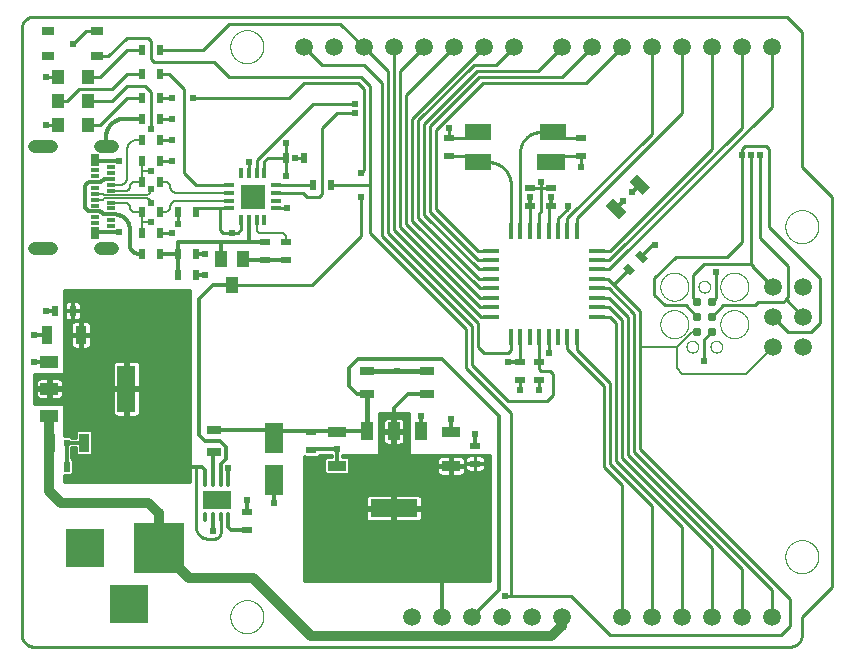
<source format=gtl>
G75*
%MOIN*%
%OFA0B0*%
%FSLAX25Y25*%
%IPPOS*%
%LPD*%
%AMOC8*
5,1,8,0,0,1.08239X$1,22.5*
%
%ADD10C,0.01000*%
%ADD11C,0.00000*%
%ADD12R,0.03543X0.02362*%
%ADD13R,0.03543X0.06299*%
%ADD14R,0.02362X0.03543*%
%ADD15R,0.04134X0.02559*%
%ADD16C,0.03100*%
%ADD17R,0.01575X0.05512*%
%ADD18R,0.05512X0.01575*%
%ADD19R,0.08661X0.05512*%
%ADD20R,0.09449X0.05512*%
%ADD21R,0.04331X0.04921*%
%ADD22C,0.05906*%
%ADD23R,0.02756X0.01181*%
%ADD24R,0.02756X0.03937*%
%ADD25C,0.04331*%
%ADD26R,0.12661X0.12661*%
%ADD27R,0.16598X0.16598*%
%ADD28R,0.03543X0.01378*%
%ADD29R,0.08268X0.08268*%
%ADD30R,0.01378X0.03543*%
%ADD31R,0.03937X0.05512*%
%ADD32R,0.09449X0.06496*%
%ADD33C,0.01378*%
%ADD34R,0.05906X0.15748*%
%ADD35R,0.05906X0.03937*%
%ADD36R,0.06299X0.09843*%
%ADD37R,0.15748X0.05906*%
%ADD38R,0.03937X0.05906*%
%ADD39R,0.06299X0.03543*%
%ADD40R,0.05118X0.02756*%
%ADD41C,0.02400*%
%ADD42C,0.00600*%
%ADD43C,0.00500*%
%ADD44C,0.01400*%
%ADD45C,0.01600*%
%ADD46C,0.01200*%
%ADD47C,0.03200*%
D10*
X0008793Y0007187D02*
X0008793Y0209313D01*
X0008795Y0209437D01*
X0008801Y0209560D01*
X0008810Y0209684D01*
X0008824Y0209806D01*
X0008841Y0209929D01*
X0008863Y0210051D01*
X0008888Y0210172D01*
X0008917Y0210292D01*
X0008949Y0210411D01*
X0008986Y0210530D01*
X0009026Y0210647D01*
X0009069Y0210762D01*
X0009117Y0210877D01*
X0009168Y0210989D01*
X0009222Y0211100D01*
X0009280Y0211210D01*
X0009341Y0211317D01*
X0009406Y0211423D01*
X0009474Y0211526D01*
X0009545Y0211627D01*
X0009619Y0211726D01*
X0009696Y0211823D01*
X0009777Y0211917D01*
X0009860Y0212008D01*
X0009946Y0212097D01*
X0010035Y0212183D01*
X0010126Y0212266D01*
X0010220Y0212347D01*
X0010317Y0212424D01*
X0010416Y0212498D01*
X0010517Y0212569D01*
X0010620Y0212637D01*
X0010726Y0212702D01*
X0010833Y0212763D01*
X0010943Y0212821D01*
X0011054Y0212875D01*
X0011166Y0212926D01*
X0011281Y0212974D01*
X0011396Y0213017D01*
X0011513Y0213057D01*
X0011632Y0213094D01*
X0011751Y0213126D01*
X0011871Y0213155D01*
X0011992Y0213180D01*
X0012114Y0213202D01*
X0012237Y0213219D01*
X0012359Y0213233D01*
X0012483Y0213242D01*
X0012606Y0213248D01*
X0012730Y0213250D01*
X0263793Y0213250D01*
X0268793Y0208250D01*
X0268793Y0163250D01*
X0278793Y0153250D01*
X0278793Y0023250D01*
X0268793Y0013250D01*
X0268793Y0007187D01*
X0268791Y0007063D01*
X0268785Y0006940D01*
X0268776Y0006816D01*
X0268762Y0006694D01*
X0268745Y0006571D01*
X0268723Y0006449D01*
X0268698Y0006328D01*
X0268669Y0006208D01*
X0268637Y0006089D01*
X0268600Y0005970D01*
X0268560Y0005853D01*
X0268517Y0005738D01*
X0268469Y0005623D01*
X0268418Y0005511D01*
X0268364Y0005400D01*
X0268306Y0005290D01*
X0268245Y0005183D01*
X0268180Y0005077D01*
X0268112Y0004974D01*
X0268041Y0004873D01*
X0267967Y0004774D01*
X0267890Y0004677D01*
X0267809Y0004583D01*
X0267726Y0004492D01*
X0267640Y0004403D01*
X0267551Y0004317D01*
X0267460Y0004234D01*
X0267366Y0004153D01*
X0267269Y0004076D01*
X0267170Y0004002D01*
X0267069Y0003931D01*
X0266966Y0003863D01*
X0266860Y0003798D01*
X0266753Y0003737D01*
X0266643Y0003679D01*
X0266532Y0003625D01*
X0266420Y0003574D01*
X0266305Y0003526D01*
X0266190Y0003483D01*
X0266073Y0003443D01*
X0265954Y0003406D01*
X0265835Y0003374D01*
X0265715Y0003345D01*
X0265594Y0003320D01*
X0265472Y0003298D01*
X0265349Y0003281D01*
X0265227Y0003267D01*
X0265103Y0003258D01*
X0264980Y0003252D01*
X0264856Y0003250D01*
X0012730Y0003250D01*
X0012606Y0003252D01*
X0012483Y0003258D01*
X0012359Y0003267D01*
X0012237Y0003281D01*
X0012114Y0003298D01*
X0011992Y0003320D01*
X0011871Y0003345D01*
X0011751Y0003374D01*
X0011632Y0003406D01*
X0011513Y0003443D01*
X0011396Y0003483D01*
X0011281Y0003526D01*
X0011166Y0003574D01*
X0011054Y0003625D01*
X0010943Y0003679D01*
X0010833Y0003737D01*
X0010726Y0003798D01*
X0010620Y0003863D01*
X0010517Y0003931D01*
X0010416Y0004002D01*
X0010317Y0004076D01*
X0010220Y0004153D01*
X0010126Y0004234D01*
X0010035Y0004317D01*
X0009946Y0004403D01*
X0009860Y0004492D01*
X0009777Y0004583D01*
X0009696Y0004677D01*
X0009619Y0004774D01*
X0009545Y0004873D01*
X0009474Y0004974D01*
X0009406Y0005077D01*
X0009341Y0005183D01*
X0009280Y0005290D01*
X0009222Y0005400D01*
X0009168Y0005511D01*
X0009117Y0005623D01*
X0009069Y0005738D01*
X0009026Y0005853D01*
X0008986Y0005970D01*
X0008949Y0006089D01*
X0008917Y0006208D01*
X0008888Y0006328D01*
X0008863Y0006449D01*
X0008841Y0006571D01*
X0008824Y0006694D01*
X0008810Y0006816D01*
X0008801Y0006940D01*
X0008795Y0007063D01*
X0008793Y0007187D01*
X0066793Y0043250D02*
X0066793Y0063250D01*
X0064793Y0063161D02*
X0025927Y0063161D01*
X0025927Y0064159D02*
X0064793Y0064159D01*
X0064793Y0065158D02*
X0025927Y0065158D01*
X0025927Y0065436D02*
X0025346Y0066017D01*
X0025346Y0069650D01*
X0026730Y0069650D01*
X0026730Y0067686D01*
X0027316Y0067100D01*
X0031688Y0067100D01*
X0032274Y0067686D01*
X0032274Y0074814D01*
X0031688Y0075400D01*
X0027316Y0075400D01*
X0026730Y0074814D01*
X0026730Y0072850D01*
X0025305Y0072850D01*
X0024705Y0073450D01*
X0022882Y0073450D01*
X0022793Y0073361D01*
X0022793Y0084250D01*
X0012793Y0084250D01*
X0012793Y0094250D01*
X0022793Y0094250D01*
X0022793Y0122250D01*
X0064793Y0122250D01*
X0064793Y0058250D01*
X0022793Y0058250D01*
X0022793Y0060478D01*
X0025341Y0060478D01*
X0025927Y0061064D01*
X0025927Y0065436D01*
X0025346Y0066156D02*
X0064793Y0066156D01*
X0064793Y0067155D02*
X0031742Y0067155D01*
X0032274Y0068153D02*
X0064793Y0068153D01*
X0064793Y0069152D02*
X0032274Y0069152D01*
X0032274Y0070150D02*
X0064793Y0070150D01*
X0064793Y0071149D02*
X0032274Y0071149D01*
X0032274Y0072147D02*
X0064793Y0072147D01*
X0064793Y0073146D02*
X0032274Y0073146D01*
X0032274Y0074144D02*
X0064793Y0074144D01*
X0064793Y0075143D02*
X0031945Y0075143D01*
X0027059Y0075143D02*
X0022793Y0075143D01*
X0022793Y0076141D02*
X0064793Y0076141D01*
X0064793Y0077140D02*
X0022793Y0077140D01*
X0022793Y0078138D02*
X0064793Y0078138D01*
X0064793Y0079137D02*
X0022793Y0079137D01*
X0022793Y0080135D02*
X0039785Y0080135D01*
X0039715Y0080176D02*
X0040057Y0079978D01*
X0040438Y0079876D01*
X0043089Y0079876D01*
X0043089Y0088750D01*
X0044089Y0088750D01*
X0044089Y0089750D01*
X0048041Y0089750D01*
X0048041Y0097321D01*
X0047939Y0097703D01*
X0047742Y0098045D01*
X0047462Y0098324D01*
X0047120Y0098522D01*
X0046739Y0098624D01*
X0044089Y0098624D01*
X0044089Y0089750D01*
X0043089Y0089750D01*
X0043089Y0098624D01*
X0040438Y0098624D01*
X0040057Y0098522D01*
X0039715Y0098324D01*
X0039436Y0098045D01*
X0039238Y0097703D01*
X0039136Y0097321D01*
X0039136Y0089750D01*
X0043089Y0089750D01*
X0043089Y0088750D01*
X0039136Y0088750D01*
X0039136Y0081178D01*
X0039238Y0080797D01*
X0039436Y0080455D01*
X0039715Y0080176D01*
X0039148Y0081134D02*
X0022793Y0081134D01*
X0022793Y0082132D02*
X0039136Y0082132D01*
X0039136Y0083131D02*
X0022793Y0083131D01*
X0022793Y0084129D02*
X0039136Y0084129D01*
X0039136Y0085128D02*
X0012793Y0085128D01*
X0012793Y0086126D02*
X0014079Y0086126D01*
X0014124Y0086081D02*
X0014466Y0085884D01*
X0014848Y0085781D01*
X0017514Y0085781D01*
X0017514Y0088766D01*
X0018482Y0088766D01*
X0018482Y0085781D01*
X0021148Y0085781D01*
X0021530Y0085884D01*
X0021872Y0086081D01*
X0022151Y0086360D01*
X0022349Y0086703D01*
X0022451Y0087084D01*
X0022451Y0088766D01*
X0018482Y0088766D01*
X0018482Y0089734D01*
X0017514Y0089734D01*
X0017514Y0088766D01*
X0013545Y0088766D01*
X0013545Y0087084D01*
X0013648Y0086703D01*
X0013845Y0086360D01*
X0014124Y0086081D01*
X0013545Y0087125D02*
X0012793Y0087125D01*
X0012793Y0088123D02*
X0013545Y0088123D01*
X0012793Y0089122D02*
X0017514Y0089122D01*
X0017514Y0089734D02*
X0013545Y0089734D01*
X0013545Y0091416D01*
X0013648Y0091797D01*
X0013845Y0092140D01*
X0014124Y0092419D01*
X0014466Y0092616D01*
X0014848Y0092718D01*
X0017514Y0092718D01*
X0017514Y0089734D01*
X0017514Y0090120D02*
X0018482Y0090120D01*
X0018482Y0089734D02*
X0018482Y0092718D01*
X0021148Y0092718D01*
X0021530Y0092616D01*
X0021872Y0092419D01*
X0022151Y0092140D01*
X0022349Y0091797D01*
X0022451Y0091416D01*
X0022451Y0089734D01*
X0018482Y0089734D01*
X0018482Y0089122D02*
X0043089Y0089122D01*
X0043089Y0090120D02*
X0044089Y0090120D01*
X0044089Y0089122D02*
X0064793Y0089122D01*
X0064793Y0090120D02*
X0048041Y0090120D01*
X0048041Y0091119D02*
X0064793Y0091119D01*
X0064793Y0092118D02*
X0048041Y0092118D01*
X0048041Y0093116D02*
X0064793Y0093116D01*
X0064793Y0094115D02*
X0048041Y0094115D01*
X0048041Y0095113D02*
X0064793Y0095113D01*
X0064793Y0096112D02*
X0048041Y0096112D01*
X0048041Y0097110D02*
X0064793Y0097110D01*
X0064793Y0098109D02*
X0047678Y0098109D01*
X0044089Y0098109D02*
X0043089Y0098109D01*
X0043089Y0097110D02*
X0044089Y0097110D01*
X0044089Y0096112D02*
X0043089Y0096112D01*
X0043089Y0095113D02*
X0044089Y0095113D01*
X0044089Y0094115D02*
X0043089Y0094115D01*
X0043089Y0093116D02*
X0044089Y0093116D01*
X0044089Y0092118D02*
X0043089Y0092118D01*
X0043089Y0091119D02*
X0044089Y0091119D01*
X0044089Y0088750D02*
X0048041Y0088750D01*
X0048041Y0081178D01*
X0047939Y0080797D01*
X0047742Y0080455D01*
X0047462Y0080176D01*
X0047120Y0079978D01*
X0046739Y0079876D01*
X0044089Y0079876D01*
X0044089Y0088750D01*
X0044089Y0088123D02*
X0043089Y0088123D01*
X0043089Y0087125D02*
X0044089Y0087125D01*
X0044089Y0086126D02*
X0043089Y0086126D01*
X0043089Y0085128D02*
X0044089Y0085128D01*
X0044089Y0084129D02*
X0043089Y0084129D01*
X0043089Y0083131D02*
X0044089Y0083131D01*
X0044089Y0082132D02*
X0043089Y0082132D01*
X0043089Y0081134D02*
X0044089Y0081134D01*
X0044089Y0080135D02*
X0043089Y0080135D01*
X0047393Y0080135D02*
X0064793Y0080135D01*
X0064793Y0081134D02*
X0048029Y0081134D01*
X0048041Y0082132D02*
X0064793Y0082132D01*
X0064793Y0083131D02*
X0048041Y0083131D01*
X0048041Y0084129D02*
X0064793Y0084129D01*
X0064793Y0085128D02*
X0048041Y0085128D01*
X0048041Y0086126D02*
X0064793Y0086126D01*
X0064793Y0087125D02*
X0048041Y0087125D01*
X0048041Y0088123D02*
X0064793Y0088123D01*
X0064793Y0099107D02*
X0022793Y0099107D01*
X0022793Y0098109D02*
X0039499Y0098109D01*
X0039136Y0097110D02*
X0022793Y0097110D01*
X0022793Y0096112D02*
X0039136Y0096112D01*
X0039136Y0095113D02*
X0022793Y0095113D01*
X0022164Y0092118D02*
X0039136Y0092118D01*
X0039136Y0093116D02*
X0012793Y0093116D01*
X0012793Y0092118D02*
X0013832Y0092118D01*
X0013545Y0091119D02*
X0012793Y0091119D01*
X0012793Y0090120D02*
X0013545Y0090120D01*
X0012793Y0094115D02*
X0039136Y0094115D01*
X0039136Y0091119D02*
X0022451Y0091119D01*
X0022451Y0090120D02*
X0039136Y0090120D01*
X0039136Y0088123D02*
X0022451Y0088123D01*
X0022451Y0087125D02*
X0039136Y0087125D01*
X0039136Y0086126D02*
X0021917Y0086126D01*
X0018482Y0086126D02*
X0017514Y0086126D01*
X0017514Y0087125D02*
X0018482Y0087125D01*
X0018482Y0088123D02*
X0017514Y0088123D01*
X0017514Y0091119D02*
X0018482Y0091119D01*
X0018482Y0092118D02*
X0017514Y0092118D01*
X0022793Y0100106D02*
X0064793Y0100106D01*
X0064793Y0101104D02*
X0022793Y0101104D01*
X0022793Y0102103D02*
X0064793Y0102103D01*
X0064793Y0103101D02*
X0031396Y0103101D01*
X0031474Y0103179D02*
X0031671Y0103521D01*
X0031774Y0103903D01*
X0031774Y0106864D01*
X0028888Y0106864D01*
X0028888Y0107636D01*
X0031774Y0107636D01*
X0031774Y0110597D01*
X0031671Y0110979D01*
X0031474Y0111321D01*
X0031195Y0111600D01*
X0030853Y0111797D01*
X0030471Y0111900D01*
X0028888Y0111900D01*
X0028888Y0107636D01*
X0028116Y0107636D01*
X0028116Y0111900D01*
X0026533Y0111900D01*
X0026151Y0111797D01*
X0025809Y0111600D01*
X0025530Y0111321D01*
X0025333Y0110979D01*
X0025230Y0110597D01*
X0025230Y0107636D01*
X0028116Y0107636D01*
X0028116Y0106864D01*
X0028888Y0106864D01*
X0028888Y0102600D01*
X0030471Y0102600D01*
X0030853Y0102703D01*
X0031195Y0102900D01*
X0031474Y0103179D01*
X0031774Y0104100D02*
X0064793Y0104100D01*
X0064793Y0105098D02*
X0031774Y0105098D01*
X0031774Y0106097D02*
X0064793Y0106097D01*
X0064793Y0107095D02*
X0028888Y0107095D01*
X0028116Y0107095D02*
X0022793Y0107095D01*
X0022793Y0106097D02*
X0025230Y0106097D01*
X0025230Y0106864D02*
X0025230Y0103903D01*
X0025333Y0103521D01*
X0025530Y0103179D01*
X0025809Y0102900D01*
X0026151Y0102703D01*
X0026533Y0102600D01*
X0028116Y0102600D01*
X0028116Y0106864D01*
X0025230Y0106864D01*
X0025230Y0108094D02*
X0022793Y0108094D01*
X0022793Y0109092D02*
X0025230Y0109092D01*
X0025230Y0110091D02*
X0022793Y0110091D01*
X0022793Y0111089D02*
X0025396Y0111089D01*
X0025655Y0111978D02*
X0024367Y0111978D01*
X0023986Y0112081D01*
X0023644Y0112278D01*
X0023365Y0112557D01*
X0023167Y0112899D01*
X0023065Y0113281D01*
X0023065Y0115159D01*
X0025655Y0115159D01*
X0025655Y0115341D01*
X0023065Y0115341D01*
X0023065Y0117219D01*
X0023167Y0117601D01*
X0023365Y0117943D01*
X0023644Y0118222D01*
X0023986Y0118419D01*
X0024367Y0118522D01*
X0025655Y0118522D01*
X0025655Y0115341D01*
X0025837Y0115341D01*
X0028427Y0115341D01*
X0028427Y0117219D01*
X0028325Y0117601D01*
X0028127Y0117943D01*
X0027848Y0118222D01*
X0027506Y0118419D01*
X0027125Y0118522D01*
X0025837Y0118522D01*
X0025837Y0115341D01*
X0025837Y0115159D01*
X0028427Y0115159D01*
X0028427Y0113281D01*
X0028325Y0112899D01*
X0028127Y0112557D01*
X0027848Y0112278D01*
X0027506Y0112081D01*
X0027125Y0111978D01*
X0025837Y0111978D01*
X0025837Y0115159D01*
X0025655Y0115159D01*
X0025655Y0111978D01*
X0025655Y0112088D02*
X0025837Y0112088D01*
X0025837Y0113086D02*
X0025655Y0113086D01*
X0025655Y0114085D02*
X0025837Y0114085D01*
X0025837Y0115083D02*
X0025655Y0115083D01*
X0025655Y0116082D02*
X0025837Y0116082D01*
X0025837Y0117080D02*
X0025655Y0117080D01*
X0025655Y0118079D02*
X0025837Y0118079D01*
X0027991Y0118079D02*
X0064793Y0118079D01*
X0064793Y0119077D02*
X0022793Y0119077D01*
X0022793Y0118079D02*
X0023501Y0118079D01*
X0023065Y0117080D02*
X0022793Y0117080D01*
X0022793Y0116082D02*
X0023065Y0116082D01*
X0023065Y0115083D02*
X0022793Y0115083D01*
X0022793Y0114085D02*
X0023065Y0114085D01*
X0023117Y0113086D02*
X0022793Y0113086D01*
X0022793Y0112088D02*
X0023974Y0112088D01*
X0027519Y0112088D02*
X0064793Y0112088D01*
X0064793Y0113086D02*
X0028375Y0113086D01*
X0028427Y0114085D02*
X0064793Y0114085D01*
X0064793Y0115083D02*
X0028427Y0115083D01*
X0028427Y0116082D02*
X0064793Y0116082D01*
X0064793Y0117080D02*
X0028427Y0117080D01*
X0022793Y0120076D02*
X0064793Y0120076D01*
X0064793Y0121074D02*
X0022793Y0121074D01*
X0022793Y0122073D02*
X0064793Y0122073D01*
X0064793Y0111089D02*
X0031608Y0111089D01*
X0031774Y0110091D02*
X0064793Y0110091D01*
X0064793Y0109092D02*
X0031774Y0109092D01*
X0031774Y0108094D02*
X0064793Y0108094D01*
X0078793Y0123919D02*
X0105463Y0123919D01*
X0121793Y0140250D01*
X0121793Y0153250D01*
X0124793Y0157089D02*
X0111746Y0157089D01*
X0108793Y0154250D02*
X0108793Y0176250D01*
X0113793Y0181250D01*
X0119793Y0181250D01*
X0119793Y0184250D02*
X0105793Y0184250D01*
X0087073Y0165530D01*
X0087073Y0161124D01*
X0089632Y0161124D02*
X0089632Y0165089D01*
X0090793Y0166250D01*
X0096841Y0166250D01*
X0096793Y0166297D01*
X0096793Y0171250D01*
X0096841Y0166250D02*
X0096793Y0166203D01*
X0096793Y0160250D01*
X0093667Y0157089D02*
X0105841Y0157089D01*
X0108793Y0154250D02*
X0107793Y0153250D01*
X0103793Y0153250D01*
X0102514Y0154530D01*
X0093667Y0154530D01*
X0093667Y0149411D02*
X0097293Y0149411D01*
X0081955Y0145376D02*
X0081955Y0142411D01*
X0080793Y0141250D01*
X0078793Y0141250D01*
X0075793Y0141250D01*
X0074793Y0142250D01*
X0074793Y0149411D01*
X0066746Y0149411D01*
X0066746Y0148250D01*
X0060841Y0148250D02*
X0060841Y0144250D01*
X0060793Y0144250D01*
X0058793Y0141250D02*
X0054746Y0141250D01*
X0074793Y0149411D02*
X0077919Y0149411D01*
X0077919Y0157089D02*
X0066955Y0157089D01*
X0062793Y0161250D01*
X0062793Y0189250D01*
X0057793Y0194250D01*
X0054746Y0194250D01*
X0052793Y0198250D02*
X0072793Y0198250D01*
X0077793Y0193250D01*
X0121793Y0193250D01*
X0124793Y0190250D01*
X0124793Y0157089D01*
X0124793Y0141250D01*
X0156793Y0109250D01*
X0156793Y0096250D01*
X0171793Y0081250D01*
X0171793Y0020250D01*
X0169793Y0020250D01*
X0171793Y0020250D02*
X0191793Y0020250D01*
X0204793Y0007250D01*
X0261793Y0007250D01*
X0264793Y0010250D01*
X0264793Y0019250D01*
X0214793Y0069250D01*
X0214793Y0103250D01*
X0214793Y0115250D01*
X0206293Y0123750D01*
X0206293Y0124250D01*
X0211205Y0129162D01*
X0204667Y0132124D02*
X0248793Y0176250D01*
X0248793Y0203250D01*
X0238793Y0203250D02*
X0238793Y0169250D01*
X0204817Y0135274D01*
X0200510Y0135274D01*
X0200510Y0132124D02*
X0204667Y0132124D01*
X0204518Y0128974D02*
X0258793Y0183250D01*
X0258793Y0203250D01*
X0228793Y0203250D02*
X0228793Y0181250D01*
X0193817Y0146274D01*
X0193817Y0141967D01*
X0190667Y0141967D02*
X0190667Y0146124D01*
X0218793Y0174250D01*
X0218793Y0203250D01*
X0208793Y0203250D02*
X0196793Y0191250D01*
X0162414Y0191250D01*
X0146793Y0175630D01*
X0146793Y0149250D01*
X0160793Y0135250D01*
X0164793Y0135250D01*
X0164817Y0135274D01*
X0165077Y0135274D01*
X0165077Y0132124D02*
X0160919Y0132124D01*
X0144793Y0148250D01*
X0144793Y0176849D01*
X0161195Y0193250D01*
X0188793Y0193250D01*
X0198793Y0203250D01*
X0188793Y0203250D02*
X0180793Y0195250D01*
X0160598Y0195250D01*
X0142793Y0177446D01*
X0142793Y0147250D01*
X0161069Y0128974D01*
X0165077Y0128974D01*
X0165077Y0125825D02*
X0161219Y0125825D01*
X0140793Y0146250D01*
X0140793Y0178649D01*
X0159394Y0197250D01*
X0166793Y0197250D01*
X0172793Y0203250D01*
X0162793Y0203250D02*
X0138793Y0179250D01*
X0138793Y0145250D01*
X0161368Y0122675D01*
X0165077Y0122675D01*
X0165077Y0119526D02*
X0161518Y0119526D01*
X0136793Y0144250D01*
X0136793Y0187250D01*
X0152793Y0203250D01*
X0142793Y0203250D02*
X0134793Y0195250D01*
X0134793Y0143250D01*
X0161667Y0116376D01*
X0165077Y0116376D01*
X0165077Y0113226D02*
X0161817Y0113226D01*
X0132793Y0142250D01*
X0132793Y0203250D01*
X0130793Y0195250D02*
X0122793Y0203250D01*
X0114793Y0210750D01*
X0077793Y0210750D01*
X0069293Y0202250D01*
X0054746Y0202250D01*
X0051793Y0205250D02*
X0051793Y0199250D01*
X0052793Y0198250D01*
X0048841Y0194250D02*
X0043793Y0194250D01*
X0038793Y0189250D01*
X0027793Y0189250D01*
X0023793Y0185250D01*
X0020872Y0185250D01*
X0020872Y0193250D02*
X0016793Y0193250D01*
X0030715Y0193250D02*
X0034793Y0193250D01*
X0043793Y0202250D01*
X0048841Y0202250D01*
X0051793Y0205250D02*
X0050793Y0206250D01*
X0043793Y0206250D01*
X0037561Y0200018D01*
X0033963Y0200018D01*
X0025793Y0204250D02*
X0030026Y0208482D01*
X0033963Y0208482D01*
X0043793Y0190250D02*
X0049793Y0190250D01*
X0051793Y0188250D01*
X0051793Y0175750D01*
X0054746Y0172250D02*
X0058793Y0172250D01*
X0058793Y0179250D02*
X0054746Y0179250D01*
X0054746Y0186250D02*
X0058793Y0186250D01*
X0065793Y0186250D02*
X0097793Y0186250D01*
X0102793Y0191250D01*
X0120793Y0191250D01*
X0122793Y0189250D01*
X0122793Y0162250D01*
X0121793Y0161250D01*
X0102746Y0166250D02*
X0099793Y0166250D01*
X0084514Y0164750D02*
X0084514Y0161124D01*
X0058793Y0165250D02*
X0054746Y0165250D01*
X0034793Y0177250D02*
X0030715Y0177250D01*
X0034793Y0177250D02*
X0043793Y0186250D01*
X0048841Y0186250D01*
X0043793Y0190250D02*
X0038793Y0185250D01*
X0030715Y0185250D01*
X0020872Y0177250D02*
X0016793Y0177250D01*
X0028116Y0111089D02*
X0028888Y0111089D01*
X0028888Y0110091D02*
X0028116Y0110091D01*
X0028116Y0109092D02*
X0028888Y0109092D01*
X0028888Y0108094D02*
X0028116Y0108094D01*
X0028116Y0106097D02*
X0028888Y0106097D01*
X0028888Y0105098D02*
X0028116Y0105098D01*
X0028116Y0104100D02*
X0028888Y0104100D01*
X0028888Y0103101D02*
X0028116Y0103101D01*
X0025608Y0103101D02*
X0022793Y0103101D01*
X0022793Y0104100D02*
X0025230Y0104100D01*
X0025230Y0105098D02*
X0022793Y0105098D01*
X0022793Y0074144D02*
X0026730Y0074144D01*
X0026730Y0073146D02*
X0025009Y0073146D01*
X0025346Y0069152D02*
X0026730Y0069152D01*
X0026730Y0068153D02*
X0025346Y0068153D01*
X0025346Y0067155D02*
X0027262Y0067155D01*
X0025927Y0062162D02*
X0064793Y0062162D01*
X0064793Y0061164D02*
X0025927Y0061164D01*
X0022793Y0060165D02*
X0064793Y0060165D01*
X0064793Y0059167D02*
X0022793Y0059167D01*
X0066793Y0043250D02*
X0066795Y0043124D01*
X0066801Y0042999D01*
X0066811Y0042874D01*
X0066825Y0042749D01*
X0066842Y0042624D01*
X0066864Y0042500D01*
X0066889Y0042377D01*
X0066919Y0042255D01*
X0066952Y0042134D01*
X0066989Y0042014D01*
X0067029Y0041895D01*
X0067074Y0041778D01*
X0067122Y0041661D01*
X0067174Y0041547D01*
X0067229Y0041434D01*
X0067288Y0041323D01*
X0067350Y0041214D01*
X0067416Y0041107D01*
X0067485Y0041002D01*
X0067557Y0040899D01*
X0067632Y0040798D01*
X0067711Y0040700D01*
X0067793Y0040605D01*
X0067877Y0040512D01*
X0067965Y0040422D01*
X0068055Y0040334D01*
X0068148Y0040250D01*
X0068243Y0040168D01*
X0068341Y0040089D01*
X0068442Y0040014D01*
X0068545Y0039942D01*
X0068650Y0039873D01*
X0068757Y0039807D01*
X0068866Y0039745D01*
X0068977Y0039686D01*
X0069090Y0039631D01*
X0069204Y0039579D01*
X0069321Y0039531D01*
X0069438Y0039486D01*
X0069557Y0039446D01*
X0069677Y0039409D01*
X0069798Y0039376D01*
X0069920Y0039346D01*
X0070043Y0039321D01*
X0070167Y0039299D01*
X0070292Y0039282D01*
X0070417Y0039268D01*
X0070542Y0039258D01*
X0070667Y0039252D01*
X0070793Y0039250D01*
X0072793Y0039250D01*
X0072887Y0039252D01*
X0072981Y0039258D01*
X0073075Y0039268D01*
X0073168Y0039281D01*
X0073261Y0039299D01*
X0073353Y0039320D01*
X0073444Y0039345D01*
X0073533Y0039374D01*
X0073622Y0039406D01*
X0073709Y0039442D01*
X0073794Y0039482D01*
X0073878Y0039525D01*
X0073960Y0039571D01*
X0074040Y0039621D01*
X0074118Y0039674D01*
X0074193Y0039731D01*
X0074267Y0039790D01*
X0074337Y0039853D01*
X0074405Y0039918D01*
X0074470Y0039986D01*
X0074533Y0040056D01*
X0074592Y0040130D01*
X0074649Y0040205D01*
X0074702Y0040283D01*
X0074752Y0040363D01*
X0074798Y0040445D01*
X0074841Y0040529D01*
X0074881Y0040614D01*
X0074917Y0040701D01*
X0074949Y0040790D01*
X0074978Y0040879D01*
X0075003Y0040970D01*
X0075024Y0041062D01*
X0075042Y0041155D01*
X0075055Y0041248D01*
X0075065Y0041342D01*
X0075071Y0041436D01*
X0075073Y0041530D01*
X0075073Y0046443D01*
X0102793Y0046186D02*
X0123451Y0046186D01*
X0123419Y0046304D02*
X0123522Y0045923D01*
X0123719Y0045581D01*
X0123998Y0045302D01*
X0124340Y0045104D01*
X0124722Y0045002D01*
X0132293Y0045002D01*
X0132293Y0048955D01*
X0123419Y0048955D01*
X0123419Y0046304D01*
X0123419Y0047184D02*
X0102793Y0047184D01*
X0102793Y0048183D02*
X0123419Y0048183D01*
X0123419Y0049955D02*
X0132293Y0049955D01*
X0132293Y0048955D01*
X0133293Y0048955D01*
X0133293Y0045002D01*
X0140865Y0045002D01*
X0141246Y0045104D01*
X0141588Y0045302D01*
X0141868Y0045581D01*
X0142065Y0045923D01*
X0142167Y0046304D01*
X0142167Y0048955D01*
X0133293Y0048955D01*
X0133293Y0049955D01*
X0132293Y0049955D01*
X0132293Y0053907D01*
X0124722Y0053907D01*
X0124340Y0053805D01*
X0123998Y0053608D01*
X0123719Y0053328D01*
X0123522Y0052986D01*
X0123419Y0052605D01*
X0123419Y0049955D01*
X0123419Y0050180D02*
X0102793Y0050180D01*
X0102793Y0049182D02*
X0132293Y0049182D01*
X0132293Y0050180D02*
X0133293Y0050180D01*
X0133293Y0049955D02*
X0133293Y0053907D01*
X0140865Y0053907D01*
X0141246Y0053805D01*
X0141588Y0053608D01*
X0141868Y0053328D01*
X0142065Y0052986D01*
X0142167Y0052605D01*
X0142167Y0049955D01*
X0133293Y0049955D01*
X0133293Y0049182D02*
X0164793Y0049182D01*
X0164793Y0050180D02*
X0142167Y0050180D01*
X0142167Y0051179D02*
X0164793Y0051179D01*
X0164793Y0052177D02*
X0142167Y0052177D01*
X0141956Y0053176D02*
X0164793Y0053176D01*
X0164793Y0054174D02*
X0102793Y0054174D01*
X0102793Y0053176D02*
X0123631Y0053176D01*
X0123419Y0052177D02*
X0102793Y0052177D01*
X0102793Y0051179D02*
X0123419Y0051179D01*
X0124196Y0045187D02*
X0102793Y0045187D01*
X0102793Y0044189D02*
X0164793Y0044189D01*
X0164793Y0045187D02*
X0141391Y0045187D01*
X0142136Y0046186D02*
X0164793Y0046186D01*
X0164793Y0047184D02*
X0142167Y0047184D01*
X0142167Y0048183D02*
X0164793Y0048183D01*
X0164793Y0043190D02*
X0102793Y0043190D01*
X0102793Y0042192D02*
X0164793Y0042192D01*
X0164793Y0041193D02*
X0102793Y0041193D01*
X0102793Y0040195D02*
X0164793Y0040195D01*
X0164793Y0039196D02*
X0102793Y0039196D01*
X0102793Y0038198D02*
X0164793Y0038198D01*
X0164793Y0037199D02*
X0102793Y0037199D01*
X0102793Y0036201D02*
X0164793Y0036201D01*
X0164793Y0035202D02*
X0102793Y0035202D01*
X0102793Y0034204D02*
X0164793Y0034204D01*
X0164793Y0033205D02*
X0102793Y0033205D01*
X0102793Y0032207D02*
X0164793Y0032207D01*
X0164793Y0031208D02*
X0102793Y0031208D01*
X0102793Y0030210D02*
X0164793Y0030210D01*
X0164793Y0029211D02*
X0102793Y0029211D01*
X0102793Y0028213D02*
X0164793Y0028213D01*
X0164793Y0027214D02*
X0102793Y0027214D01*
X0102793Y0026216D02*
X0164793Y0026216D01*
X0164793Y0025250D02*
X0102793Y0025250D01*
X0102793Y0066930D01*
X0103107Y0066616D01*
X0107479Y0066616D01*
X0108065Y0067202D01*
X0108065Y0067250D01*
X0112093Y0067250D01*
X0112093Y0066313D01*
X0110229Y0066313D01*
X0109644Y0065727D01*
X0109644Y0061355D01*
X0110229Y0060770D01*
X0117357Y0060770D01*
X0117943Y0061355D01*
X0117943Y0065727D01*
X0117357Y0066313D01*
X0115493Y0066313D01*
X0115493Y0067250D01*
X0127793Y0067250D01*
X0127793Y0081250D01*
X0137793Y0081250D01*
X0137793Y0067250D01*
X0164793Y0067250D01*
X0164793Y0025250D01*
X0133293Y0045187D02*
X0132293Y0045187D01*
X0132293Y0046186D02*
X0133293Y0046186D01*
X0133293Y0047184D02*
X0132293Y0047184D01*
X0132293Y0048183D02*
X0133293Y0048183D01*
X0133293Y0051179D02*
X0132293Y0051179D01*
X0132293Y0052177D02*
X0133293Y0052177D01*
X0133293Y0053176D02*
X0132293Y0053176D01*
X0117751Y0061164D02*
X0147262Y0061164D01*
X0147246Y0061191D02*
X0147443Y0060849D01*
X0147723Y0060569D01*
X0148065Y0060372D01*
X0148446Y0060270D01*
X0151407Y0060270D01*
X0151407Y0063155D01*
X0152179Y0063155D01*
X0152179Y0060270D01*
X0155140Y0060270D01*
X0155522Y0060372D01*
X0155864Y0060569D01*
X0156143Y0060849D01*
X0156341Y0061191D01*
X0156443Y0061572D01*
X0156443Y0063155D01*
X0152179Y0063155D01*
X0152179Y0063927D01*
X0151407Y0063927D01*
X0151407Y0063155D01*
X0147144Y0063155D01*
X0147144Y0061572D01*
X0147246Y0061191D01*
X0147144Y0062162D02*
X0117943Y0062162D01*
X0117943Y0063161D02*
X0151407Y0063161D01*
X0151407Y0063927D02*
X0147144Y0063927D01*
X0147144Y0065510D01*
X0147246Y0065892D01*
X0147443Y0066234D01*
X0147723Y0066513D01*
X0148065Y0066711D01*
X0148446Y0066813D01*
X0151407Y0066813D01*
X0151407Y0063927D01*
X0151407Y0064159D02*
X0152179Y0064159D01*
X0152179Y0063927D02*
X0152179Y0066813D01*
X0155140Y0066813D01*
X0155522Y0066711D01*
X0155864Y0066513D01*
X0156143Y0066234D01*
X0156341Y0065892D01*
X0156443Y0065510D01*
X0156443Y0063927D01*
X0152179Y0063927D01*
X0152179Y0063161D02*
X0156522Y0063161D01*
X0156522Y0062919D02*
X0156624Y0062537D01*
X0156821Y0062195D01*
X0157101Y0061916D01*
X0157443Y0061718D01*
X0157824Y0061616D01*
X0159703Y0061616D01*
X0159703Y0064207D01*
X0159884Y0064207D01*
X0159884Y0064388D01*
X0159703Y0064388D01*
X0159703Y0066978D01*
X0157824Y0066978D01*
X0157443Y0066876D01*
X0157101Y0066679D01*
X0156821Y0066399D01*
X0156624Y0066057D01*
X0156522Y0065676D01*
X0156522Y0064388D01*
X0159703Y0064388D01*
X0159703Y0064207D01*
X0156522Y0064207D01*
X0156522Y0062919D01*
X0156443Y0062162D02*
X0156854Y0062162D01*
X0156325Y0061164D02*
X0164793Y0061164D01*
X0164793Y0062162D02*
X0162732Y0062162D01*
X0162765Y0062195D02*
X0162963Y0062537D01*
X0163065Y0062919D01*
X0163065Y0064207D01*
X0159884Y0064207D01*
X0159884Y0061616D01*
X0161762Y0061616D01*
X0162144Y0061718D01*
X0162486Y0061916D01*
X0162765Y0062195D01*
X0163065Y0063161D02*
X0164793Y0063161D01*
X0164793Y0064159D02*
X0163065Y0064159D01*
X0163065Y0064388D02*
X0163065Y0065676D01*
X0162963Y0066057D01*
X0162765Y0066399D01*
X0162486Y0066679D01*
X0162144Y0066876D01*
X0161762Y0066978D01*
X0159884Y0066978D01*
X0159884Y0064388D01*
X0163065Y0064388D01*
X0163065Y0065158D02*
X0164793Y0065158D01*
X0164793Y0066156D02*
X0162906Y0066156D01*
X0164793Y0067155D02*
X0115493Y0067155D01*
X0117514Y0066156D02*
X0147398Y0066156D01*
X0147144Y0065158D02*
X0117943Y0065158D01*
X0117943Y0064159D02*
X0147144Y0064159D01*
X0151407Y0065158D02*
X0152179Y0065158D01*
X0152179Y0066156D02*
X0151407Y0066156D01*
X0156188Y0066156D02*
X0156681Y0066156D01*
X0156522Y0065158D02*
X0156443Y0065158D01*
X0156443Y0064159D02*
X0156522Y0064159D01*
X0159703Y0064159D02*
X0159884Y0064159D01*
X0159884Y0063161D02*
X0159703Y0063161D01*
X0159703Y0062162D02*
X0159884Y0062162D01*
X0164793Y0060165D02*
X0102793Y0060165D01*
X0102793Y0059167D02*
X0164793Y0059167D01*
X0164793Y0058168D02*
X0102793Y0058168D01*
X0102793Y0057170D02*
X0164793Y0057170D01*
X0164793Y0056171D02*
X0102793Y0056171D01*
X0102793Y0055173D02*
X0164793Y0055173D01*
X0152179Y0061164D02*
X0151407Y0061164D01*
X0151407Y0062162D02*
X0152179Y0062162D01*
X0159703Y0065158D02*
X0159884Y0065158D01*
X0159884Y0066156D02*
X0159703Y0066156D01*
X0137793Y0068153D02*
X0127793Y0068153D01*
X0127793Y0069152D02*
X0137793Y0069152D01*
X0137793Y0070150D02*
X0127793Y0070150D01*
X0127793Y0071149D02*
X0129647Y0071149D01*
X0129625Y0071171D02*
X0129904Y0070892D01*
X0130246Y0070695D01*
X0130627Y0070593D01*
X0132309Y0070593D01*
X0132309Y0074561D01*
X0129325Y0074561D01*
X0129325Y0071895D01*
X0129427Y0071514D01*
X0129625Y0071171D01*
X0129325Y0072147D02*
X0127793Y0072147D01*
X0127793Y0073146D02*
X0129325Y0073146D01*
X0129325Y0074144D02*
X0127793Y0074144D01*
X0127793Y0075143D02*
X0132309Y0075143D01*
X0132309Y0075530D02*
X0132309Y0074561D01*
X0133278Y0074561D01*
X0133278Y0075530D01*
X0132309Y0075530D01*
X0132309Y0079498D01*
X0130627Y0079498D01*
X0130246Y0079396D01*
X0129904Y0079198D01*
X0129625Y0078919D01*
X0129427Y0078577D01*
X0129325Y0078196D01*
X0129325Y0075530D01*
X0132309Y0075530D01*
X0132309Y0076141D02*
X0133278Y0076141D01*
X0133278Y0075530D02*
X0133278Y0079498D01*
X0134959Y0079498D01*
X0135341Y0079396D01*
X0135683Y0079198D01*
X0135962Y0078919D01*
X0136160Y0078577D01*
X0136262Y0078196D01*
X0136262Y0075530D01*
X0133278Y0075530D01*
X0133278Y0075143D02*
X0137793Y0075143D01*
X0137793Y0076141D02*
X0136262Y0076141D01*
X0136262Y0077140D02*
X0137793Y0077140D01*
X0137793Y0078138D02*
X0136262Y0078138D01*
X0135744Y0079137D02*
X0137793Y0079137D01*
X0137793Y0080135D02*
X0127793Y0080135D01*
X0127793Y0079137D02*
X0129842Y0079137D01*
X0129325Y0078138D02*
X0127793Y0078138D01*
X0127793Y0077140D02*
X0129325Y0077140D01*
X0129325Y0076141D02*
X0127793Y0076141D01*
X0132309Y0077140D02*
X0133278Y0077140D01*
X0133278Y0078138D02*
X0132309Y0078138D01*
X0132309Y0079137D02*
X0133278Y0079137D01*
X0133278Y0074561D02*
X0136262Y0074561D01*
X0136262Y0071895D01*
X0136160Y0071514D01*
X0135962Y0071171D01*
X0135683Y0070892D01*
X0135341Y0070695D01*
X0134959Y0070593D01*
X0133278Y0070593D01*
X0133278Y0074561D01*
X0133278Y0074144D02*
X0132309Y0074144D01*
X0132309Y0073146D02*
X0133278Y0073146D01*
X0133278Y0072147D02*
X0132309Y0072147D01*
X0132309Y0071149D02*
X0133278Y0071149D01*
X0135939Y0071149D02*
X0137793Y0071149D01*
X0137793Y0072147D02*
X0136262Y0072147D01*
X0136262Y0073146D02*
X0137793Y0073146D01*
X0137793Y0074144D02*
X0136262Y0074144D01*
X0137793Y0081134D02*
X0127793Y0081134D01*
X0112093Y0067155D02*
X0108018Y0067155D01*
X0110073Y0066156D02*
X0102793Y0066156D01*
X0102793Y0065158D02*
X0109644Y0065158D01*
X0109644Y0064159D02*
X0102793Y0064159D01*
X0102793Y0063161D02*
X0109644Y0063161D01*
X0109644Y0062162D02*
X0102793Y0062162D01*
X0102793Y0061164D02*
X0109836Y0061164D01*
X0158793Y0097250D02*
X0158793Y0110250D01*
X0128793Y0140250D01*
X0128793Y0191250D01*
X0122793Y0197250D01*
X0108793Y0197250D01*
X0102793Y0203250D01*
X0130793Y0195250D02*
X0130793Y0141250D01*
X0160793Y0111250D01*
X0160793Y0103250D01*
X0162793Y0101250D01*
X0170793Y0101250D01*
X0171770Y0102226D01*
X0171770Y0106533D01*
X0174919Y0106533D02*
X0174919Y0098203D01*
X0181293Y0098203D02*
X0181293Y0106459D01*
X0181219Y0106533D01*
X0181219Y0095825D01*
X0181793Y0095250D01*
X0184793Y0095250D01*
X0185793Y0094250D01*
X0185793Y0087250D01*
X0183793Y0085250D01*
X0170793Y0085250D01*
X0158793Y0097250D01*
X0174919Y0092297D02*
X0174919Y0088750D01*
X0181293Y0088750D02*
X0181293Y0092297D01*
X0184368Y0101250D02*
X0184368Y0106533D01*
X0190667Y0106533D02*
X0190667Y0102376D01*
X0202793Y0090250D01*
X0202793Y0063250D01*
X0208793Y0057250D01*
X0208793Y0013250D01*
X0218793Y0013250D02*
X0218793Y0050250D01*
X0204793Y0064250D01*
X0204793Y0091250D01*
X0193817Y0102226D01*
X0193817Y0106533D01*
X0200510Y0113226D02*
X0204817Y0113226D01*
X0206793Y0111250D01*
X0206793Y0065250D01*
X0228793Y0043250D01*
X0228793Y0013250D01*
X0238793Y0013250D02*
X0238793Y0036250D01*
X0208793Y0066250D01*
X0208793Y0112250D01*
X0204667Y0116376D01*
X0200510Y0116376D01*
X0200510Y0119526D02*
X0204518Y0119526D01*
X0210793Y0113250D01*
X0210793Y0067250D01*
X0248793Y0029250D01*
X0248793Y0013250D01*
X0258793Y0013250D02*
X0258793Y0022250D01*
X0212793Y0068250D01*
X0212793Y0114250D01*
X0204368Y0122675D01*
X0200510Y0122675D01*
X0200510Y0125825D02*
X0204219Y0125825D01*
X0206293Y0123750D01*
X0204518Y0128974D02*
X0200510Y0128974D01*
X0187518Y0141967D02*
X0187518Y0145974D01*
X0190793Y0149250D01*
X0190793Y0150250D01*
X0185293Y0150297D02*
X0184368Y0149372D01*
X0184368Y0141967D01*
X0181219Y0141967D02*
X0181219Y0147675D01*
X0181793Y0148250D01*
X0181793Y0158250D01*
X0181793Y0156203D01*
X0185293Y0156203D01*
X0181793Y0156203D02*
X0178069Y0156203D01*
X0171770Y0157333D02*
X0171770Y0141967D01*
X0174919Y0141967D02*
X0174919Y0168116D01*
X0174921Y0168276D01*
X0174927Y0168437D01*
X0174936Y0168597D01*
X0174950Y0168756D01*
X0174967Y0168916D01*
X0174989Y0169075D01*
X0175014Y0169233D01*
X0175043Y0169391D01*
X0175075Y0169548D01*
X0175112Y0169704D01*
X0175152Y0169859D01*
X0175196Y0170013D01*
X0175244Y0170166D01*
X0175295Y0170318D01*
X0175350Y0170468D01*
X0175409Y0170618D01*
X0175471Y0170765D01*
X0175537Y0170912D01*
X0175606Y0171056D01*
X0175679Y0171199D01*
X0175755Y0171340D01*
X0175835Y0171479D01*
X0175918Y0171616D01*
X0176004Y0171752D01*
X0176093Y0171885D01*
X0176186Y0172015D01*
X0176282Y0172144D01*
X0176381Y0172270D01*
X0176483Y0172394D01*
X0176587Y0172515D01*
X0176695Y0172634D01*
X0176806Y0172750D01*
X0176919Y0172863D01*
X0177035Y0172974D01*
X0177154Y0173082D01*
X0177275Y0173186D01*
X0177399Y0173288D01*
X0177525Y0173387D01*
X0177654Y0173483D01*
X0177784Y0173576D01*
X0177917Y0173665D01*
X0178053Y0173751D01*
X0178190Y0173834D01*
X0178329Y0173914D01*
X0178470Y0173990D01*
X0178613Y0174063D01*
X0178757Y0174132D01*
X0178904Y0174198D01*
X0179051Y0174260D01*
X0179201Y0174319D01*
X0179351Y0174374D01*
X0179503Y0174425D01*
X0179656Y0174473D01*
X0179810Y0174517D01*
X0179965Y0174557D01*
X0180121Y0174594D01*
X0180278Y0174626D01*
X0180436Y0174655D01*
X0180594Y0174680D01*
X0180753Y0174702D01*
X0180913Y0174719D01*
X0181072Y0174733D01*
X0181232Y0174742D01*
X0181393Y0174748D01*
X0181553Y0174750D01*
X0185695Y0174750D01*
X0185695Y0172703D01*
X0195293Y0172703D01*
X0195293Y0166797D02*
X0185301Y0166797D01*
X0185301Y0164750D01*
X0195293Y0163250D02*
X0195293Y0166797D01*
X0178069Y0150297D02*
X0178069Y0141967D01*
X0171770Y0157333D02*
X0171768Y0157512D01*
X0171761Y0157691D01*
X0171751Y0157870D01*
X0171735Y0158049D01*
X0171716Y0158227D01*
X0171692Y0158405D01*
X0171664Y0158582D01*
X0171632Y0158758D01*
X0171595Y0158933D01*
X0171554Y0159108D01*
X0171509Y0159282D01*
X0171460Y0159454D01*
X0171407Y0159625D01*
X0171350Y0159795D01*
X0171288Y0159963D01*
X0171222Y0160130D01*
X0171153Y0160295D01*
X0171079Y0160459D01*
X0171002Y0160620D01*
X0170920Y0160780D01*
X0170835Y0160938D01*
X0170746Y0161093D01*
X0170654Y0161247D01*
X0170557Y0161398D01*
X0170457Y0161546D01*
X0170353Y0161693D01*
X0170246Y0161836D01*
X0170136Y0161977D01*
X0170022Y0162116D01*
X0169905Y0162251D01*
X0169784Y0162384D01*
X0169661Y0162514D01*
X0169534Y0162641D01*
X0169404Y0162764D01*
X0169271Y0162885D01*
X0169136Y0163002D01*
X0168997Y0163116D01*
X0168856Y0163226D01*
X0168713Y0163333D01*
X0168566Y0163437D01*
X0168418Y0163537D01*
X0168267Y0163634D01*
X0168113Y0163726D01*
X0167958Y0163815D01*
X0167800Y0163900D01*
X0167640Y0163982D01*
X0167479Y0164059D01*
X0167315Y0164133D01*
X0167150Y0164202D01*
X0166983Y0164268D01*
X0166815Y0164330D01*
X0166645Y0164387D01*
X0166474Y0164440D01*
X0166302Y0164489D01*
X0166128Y0164534D01*
X0165953Y0164575D01*
X0165778Y0164612D01*
X0165602Y0164644D01*
X0165425Y0164672D01*
X0165247Y0164696D01*
X0165069Y0164715D01*
X0164890Y0164731D01*
X0164711Y0164741D01*
X0164532Y0164748D01*
X0164353Y0164750D01*
X0160892Y0164750D01*
X0160892Y0166797D01*
X0151293Y0166797D01*
X0151293Y0172703D02*
X0151293Y0176250D01*
X0151293Y0172703D02*
X0160892Y0172703D01*
X0160892Y0174750D01*
X0219628Y0126085D02*
X0226793Y0133250D01*
X0243793Y0133250D01*
X0248793Y0138250D01*
X0248793Y0167250D01*
X0248793Y0169250D01*
X0249793Y0170250D01*
X0256793Y0170250D01*
X0257793Y0169250D01*
X0257793Y0143250D01*
X0274793Y0126250D01*
X0274793Y0111250D01*
X0271793Y0108250D01*
X0264293Y0108250D01*
X0259293Y0113250D01*
X0254293Y0118250D02*
X0253043Y0117000D01*
X0242543Y0117000D01*
X0238793Y0113250D01*
X0233793Y0113250D02*
X0230043Y0117000D01*
X0223088Y0117000D01*
X0219628Y0120460D01*
X0219628Y0126085D01*
X0232543Y0127250D02*
X0232543Y0119500D01*
X0233793Y0118250D01*
X0238793Y0118250D02*
X0240043Y0119500D01*
X0240043Y0128000D01*
X0236043Y0130750D02*
X0232543Y0127250D01*
X0236043Y0130750D02*
X0251793Y0130750D01*
X0259293Y0123250D01*
X0252293Y0130250D01*
X0251793Y0130750D02*
X0251793Y0167250D01*
X0254793Y0167250D02*
X0254793Y0139500D01*
X0264293Y0130000D01*
X0264293Y0119750D01*
X0263293Y0118750D01*
X0263793Y0118750D01*
X0269293Y0113250D01*
X0263293Y0118750D02*
X0262793Y0118250D01*
X0254293Y0118250D01*
X0238793Y0108250D02*
X0236293Y0105750D01*
X0236293Y0098500D01*
D11*
X0230343Y0103250D02*
X0230345Y0103338D01*
X0230351Y0103426D01*
X0230361Y0103514D01*
X0230375Y0103601D01*
X0230393Y0103687D01*
X0230414Y0103772D01*
X0230440Y0103857D01*
X0230469Y0103940D01*
X0230502Y0104022D01*
X0230539Y0104102D01*
X0230579Y0104180D01*
X0230623Y0104257D01*
X0230670Y0104331D01*
X0230721Y0104403D01*
X0230774Y0104473D01*
X0230831Y0104541D01*
X0230891Y0104605D01*
X0230954Y0104667D01*
X0231019Y0104726D01*
X0231087Y0104782D01*
X0231158Y0104835D01*
X0231230Y0104885D01*
X0231305Y0104931D01*
X0231382Y0104974D01*
X0231461Y0105014D01*
X0231542Y0105049D01*
X0231624Y0105082D01*
X0231707Y0105110D01*
X0231792Y0105135D01*
X0231878Y0105155D01*
X0231964Y0105172D01*
X0232051Y0105185D01*
X0232139Y0105194D01*
X0232227Y0105199D01*
X0232315Y0105200D01*
X0232403Y0105197D01*
X0232491Y0105190D01*
X0232578Y0105179D01*
X0232665Y0105164D01*
X0232751Y0105145D01*
X0232837Y0105123D01*
X0232921Y0105096D01*
X0233003Y0105066D01*
X0233085Y0105032D01*
X0233165Y0104994D01*
X0233242Y0104953D01*
X0233318Y0104909D01*
X0233392Y0104861D01*
X0233464Y0104809D01*
X0233533Y0104755D01*
X0233600Y0104697D01*
X0233664Y0104637D01*
X0233725Y0104573D01*
X0233784Y0104507D01*
X0233839Y0104439D01*
X0233891Y0104367D01*
X0233940Y0104294D01*
X0233985Y0104219D01*
X0234027Y0104141D01*
X0234066Y0104062D01*
X0234101Y0103981D01*
X0234132Y0103898D01*
X0234159Y0103815D01*
X0234183Y0103730D01*
X0234203Y0103644D01*
X0234219Y0103557D01*
X0234231Y0103470D01*
X0234239Y0103382D01*
X0234243Y0103294D01*
X0234243Y0103206D01*
X0234239Y0103118D01*
X0234231Y0103030D01*
X0234219Y0102943D01*
X0234203Y0102856D01*
X0234183Y0102770D01*
X0234159Y0102685D01*
X0234132Y0102602D01*
X0234101Y0102519D01*
X0234066Y0102438D01*
X0234027Y0102359D01*
X0233985Y0102281D01*
X0233940Y0102206D01*
X0233891Y0102133D01*
X0233839Y0102061D01*
X0233784Y0101993D01*
X0233725Y0101927D01*
X0233664Y0101863D01*
X0233600Y0101803D01*
X0233533Y0101745D01*
X0233464Y0101691D01*
X0233392Y0101639D01*
X0233318Y0101591D01*
X0233242Y0101547D01*
X0233165Y0101506D01*
X0233085Y0101468D01*
X0233003Y0101434D01*
X0232921Y0101404D01*
X0232837Y0101377D01*
X0232751Y0101355D01*
X0232665Y0101336D01*
X0232578Y0101321D01*
X0232491Y0101310D01*
X0232403Y0101303D01*
X0232315Y0101300D01*
X0232227Y0101301D01*
X0232139Y0101306D01*
X0232051Y0101315D01*
X0231964Y0101328D01*
X0231878Y0101345D01*
X0231792Y0101365D01*
X0231707Y0101390D01*
X0231624Y0101418D01*
X0231542Y0101451D01*
X0231461Y0101486D01*
X0231382Y0101526D01*
X0231305Y0101569D01*
X0231230Y0101615D01*
X0231158Y0101665D01*
X0231087Y0101718D01*
X0231019Y0101774D01*
X0230954Y0101833D01*
X0230891Y0101895D01*
X0230831Y0101959D01*
X0230774Y0102027D01*
X0230721Y0102097D01*
X0230670Y0102169D01*
X0230623Y0102243D01*
X0230579Y0102320D01*
X0230539Y0102398D01*
X0230502Y0102478D01*
X0230469Y0102560D01*
X0230440Y0102643D01*
X0230414Y0102728D01*
X0230393Y0102813D01*
X0230375Y0102899D01*
X0230361Y0102986D01*
X0230351Y0103074D01*
X0230345Y0103162D01*
X0230343Y0103250D01*
X0221618Y0110750D02*
X0221620Y0110887D01*
X0221626Y0111023D01*
X0221636Y0111159D01*
X0221650Y0111295D01*
X0221668Y0111431D01*
X0221690Y0111566D01*
X0221715Y0111700D01*
X0221745Y0111833D01*
X0221779Y0111965D01*
X0221816Y0112097D01*
X0221857Y0112227D01*
X0221903Y0112356D01*
X0221951Y0112484D01*
X0222004Y0112610D01*
X0222060Y0112734D01*
X0222120Y0112857D01*
X0222183Y0112978D01*
X0222250Y0113097D01*
X0222320Y0113214D01*
X0222394Y0113330D01*
X0222471Y0113442D01*
X0222551Y0113553D01*
X0222635Y0113661D01*
X0222722Y0113767D01*
X0222811Y0113870D01*
X0222904Y0113970D01*
X0222999Y0114068D01*
X0223098Y0114163D01*
X0223199Y0114255D01*
X0223303Y0114343D01*
X0223409Y0114429D01*
X0223518Y0114512D01*
X0223629Y0114591D01*
X0223742Y0114668D01*
X0223858Y0114741D01*
X0223975Y0114810D01*
X0224095Y0114876D01*
X0224216Y0114938D01*
X0224340Y0114997D01*
X0224465Y0115053D01*
X0224591Y0115104D01*
X0224719Y0115152D01*
X0224848Y0115196D01*
X0224979Y0115237D01*
X0225111Y0115273D01*
X0225243Y0115306D01*
X0225377Y0115334D01*
X0225511Y0115359D01*
X0225646Y0115380D01*
X0225782Y0115397D01*
X0225918Y0115410D01*
X0226054Y0115419D01*
X0226191Y0115424D01*
X0226327Y0115425D01*
X0226464Y0115422D01*
X0226600Y0115415D01*
X0226736Y0115404D01*
X0226872Y0115389D01*
X0227007Y0115370D01*
X0227142Y0115347D01*
X0227276Y0115320D01*
X0227409Y0115290D01*
X0227541Y0115255D01*
X0227673Y0115217D01*
X0227802Y0115175D01*
X0227931Y0115129D01*
X0228058Y0115079D01*
X0228184Y0115025D01*
X0228308Y0114968D01*
X0228431Y0114908D01*
X0228551Y0114843D01*
X0228670Y0114776D01*
X0228786Y0114705D01*
X0228901Y0114630D01*
X0229013Y0114552D01*
X0229123Y0114471D01*
X0229231Y0114387D01*
X0229336Y0114299D01*
X0229438Y0114209D01*
X0229538Y0114116D01*
X0229635Y0114019D01*
X0229729Y0113920D01*
X0229820Y0113819D01*
X0229908Y0113714D01*
X0229993Y0113607D01*
X0230075Y0113498D01*
X0230154Y0113386D01*
X0230229Y0113272D01*
X0230301Y0113156D01*
X0230370Y0113038D01*
X0230435Y0112918D01*
X0230497Y0112796D01*
X0230555Y0112672D01*
X0230609Y0112547D01*
X0230660Y0112420D01*
X0230706Y0112292D01*
X0230750Y0112162D01*
X0230789Y0112031D01*
X0230825Y0111899D01*
X0230856Y0111766D01*
X0230884Y0111633D01*
X0230908Y0111498D01*
X0230928Y0111363D01*
X0230944Y0111227D01*
X0230956Y0111091D01*
X0230964Y0110955D01*
X0230968Y0110818D01*
X0230968Y0110682D01*
X0230964Y0110545D01*
X0230956Y0110409D01*
X0230944Y0110273D01*
X0230928Y0110137D01*
X0230908Y0110002D01*
X0230884Y0109867D01*
X0230856Y0109734D01*
X0230825Y0109601D01*
X0230789Y0109469D01*
X0230750Y0109338D01*
X0230706Y0109208D01*
X0230660Y0109080D01*
X0230609Y0108953D01*
X0230555Y0108828D01*
X0230497Y0108704D01*
X0230435Y0108582D01*
X0230370Y0108462D01*
X0230301Y0108344D01*
X0230229Y0108228D01*
X0230154Y0108114D01*
X0230075Y0108002D01*
X0229993Y0107893D01*
X0229908Y0107786D01*
X0229820Y0107681D01*
X0229729Y0107580D01*
X0229635Y0107481D01*
X0229538Y0107384D01*
X0229438Y0107291D01*
X0229336Y0107201D01*
X0229231Y0107113D01*
X0229123Y0107029D01*
X0229013Y0106948D01*
X0228901Y0106870D01*
X0228786Y0106795D01*
X0228670Y0106724D01*
X0228551Y0106657D01*
X0228431Y0106592D01*
X0228308Y0106532D01*
X0228184Y0106475D01*
X0228058Y0106421D01*
X0227931Y0106371D01*
X0227802Y0106325D01*
X0227673Y0106283D01*
X0227541Y0106245D01*
X0227409Y0106210D01*
X0227276Y0106180D01*
X0227142Y0106153D01*
X0227007Y0106130D01*
X0226872Y0106111D01*
X0226736Y0106096D01*
X0226600Y0106085D01*
X0226464Y0106078D01*
X0226327Y0106075D01*
X0226191Y0106076D01*
X0226054Y0106081D01*
X0225918Y0106090D01*
X0225782Y0106103D01*
X0225646Y0106120D01*
X0225511Y0106141D01*
X0225377Y0106166D01*
X0225243Y0106194D01*
X0225111Y0106227D01*
X0224979Y0106263D01*
X0224848Y0106304D01*
X0224719Y0106348D01*
X0224591Y0106396D01*
X0224465Y0106447D01*
X0224340Y0106503D01*
X0224216Y0106562D01*
X0224095Y0106624D01*
X0223975Y0106690D01*
X0223858Y0106759D01*
X0223742Y0106832D01*
X0223629Y0106909D01*
X0223518Y0106988D01*
X0223409Y0107071D01*
X0223303Y0107157D01*
X0223199Y0107245D01*
X0223098Y0107337D01*
X0222999Y0107432D01*
X0222904Y0107530D01*
X0222811Y0107630D01*
X0222722Y0107733D01*
X0222635Y0107839D01*
X0222551Y0107947D01*
X0222471Y0108058D01*
X0222394Y0108170D01*
X0222320Y0108286D01*
X0222250Y0108403D01*
X0222183Y0108522D01*
X0222120Y0108643D01*
X0222060Y0108766D01*
X0222004Y0108890D01*
X0221951Y0109016D01*
X0221903Y0109144D01*
X0221857Y0109273D01*
X0221816Y0109403D01*
X0221779Y0109535D01*
X0221745Y0109667D01*
X0221715Y0109800D01*
X0221690Y0109934D01*
X0221668Y0110069D01*
X0221650Y0110205D01*
X0221636Y0110341D01*
X0221626Y0110477D01*
X0221620Y0110613D01*
X0221618Y0110750D01*
X0221618Y0123250D02*
X0221620Y0123387D01*
X0221626Y0123523D01*
X0221636Y0123659D01*
X0221650Y0123795D01*
X0221668Y0123931D01*
X0221690Y0124066D01*
X0221715Y0124200D01*
X0221745Y0124333D01*
X0221779Y0124465D01*
X0221816Y0124597D01*
X0221857Y0124727D01*
X0221903Y0124856D01*
X0221951Y0124984D01*
X0222004Y0125110D01*
X0222060Y0125234D01*
X0222120Y0125357D01*
X0222183Y0125478D01*
X0222250Y0125597D01*
X0222320Y0125714D01*
X0222394Y0125830D01*
X0222471Y0125942D01*
X0222551Y0126053D01*
X0222635Y0126161D01*
X0222722Y0126267D01*
X0222811Y0126370D01*
X0222904Y0126470D01*
X0222999Y0126568D01*
X0223098Y0126663D01*
X0223199Y0126755D01*
X0223303Y0126843D01*
X0223409Y0126929D01*
X0223518Y0127012D01*
X0223629Y0127091D01*
X0223742Y0127168D01*
X0223858Y0127241D01*
X0223975Y0127310D01*
X0224095Y0127376D01*
X0224216Y0127438D01*
X0224340Y0127497D01*
X0224465Y0127553D01*
X0224591Y0127604D01*
X0224719Y0127652D01*
X0224848Y0127696D01*
X0224979Y0127737D01*
X0225111Y0127773D01*
X0225243Y0127806D01*
X0225377Y0127834D01*
X0225511Y0127859D01*
X0225646Y0127880D01*
X0225782Y0127897D01*
X0225918Y0127910D01*
X0226054Y0127919D01*
X0226191Y0127924D01*
X0226327Y0127925D01*
X0226464Y0127922D01*
X0226600Y0127915D01*
X0226736Y0127904D01*
X0226872Y0127889D01*
X0227007Y0127870D01*
X0227142Y0127847D01*
X0227276Y0127820D01*
X0227409Y0127790D01*
X0227541Y0127755D01*
X0227673Y0127717D01*
X0227802Y0127675D01*
X0227931Y0127629D01*
X0228058Y0127579D01*
X0228184Y0127525D01*
X0228308Y0127468D01*
X0228431Y0127408D01*
X0228551Y0127343D01*
X0228670Y0127276D01*
X0228786Y0127205D01*
X0228901Y0127130D01*
X0229013Y0127052D01*
X0229123Y0126971D01*
X0229231Y0126887D01*
X0229336Y0126799D01*
X0229438Y0126709D01*
X0229538Y0126616D01*
X0229635Y0126519D01*
X0229729Y0126420D01*
X0229820Y0126319D01*
X0229908Y0126214D01*
X0229993Y0126107D01*
X0230075Y0125998D01*
X0230154Y0125886D01*
X0230229Y0125772D01*
X0230301Y0125656D01*
X0230370Y0125538D01*
X0230435Y0125418D01*
X0230497Y0125296D01*
X0230555Y0125172D01*
X0230609Y0125047D01*
X0230660Y0124920D01*
X0230706Y0124792D01*
X0230750Y0124662D01*
X0230789Y0124531D01*
X0230825Y0124399D01*
X0230856Y0124266D01*
X0230884Y0124133D01*
X0230908Y0123998D01*
X0230928Y0123863D01*
X0230944Y0123727D01*
X0230956Y0123591D01*
X0230964Y0123455D01*
X0230968Y0123318D01*
X0230968Y0123182D01*
X0230964Y0123045D01*
X0230956Y0122909D01*
X0230944Y0122773D01*
X0230928Y0122637D01*
X0230908Y0122502D01*
X0230884Y0122367D01*
X0230856Y0122234D01*
X0230825Y0122101D01*
X0230789Y0121969D01*
X0230750Y0121838D01*
X0230706Y0121708D01*
X0230660Y0121580D01*
X0230609Y0121453D01*
X0230555Y0121328D01*
X0230497Y0121204D01*
X0230435Y0121082D01*
X0230370Y0120962D01*
X0230301Y0120844D01*
X0230229Y0120728D01*
X0230154Y0120614D01*
X0230075Y0120502D01*
X0229993Y0120393D01*
X0229908Y0120286D01*
X0229820Y0120181D01*
X0229729Y0120080D01*
X0229635Y0119981D01*
X0229538Y0119884D01*
X0229438Y0119791D01*
X0229336Y0119701D01*
X0229231Y0119613D01*
X0229123Y0119529D01*
X0229013Y0119448D01*
X0228901Y0119370D01*
X0228786Y0119295D01*
X0228670Y0119224D01*
X0228551Y0119157D01*
X0228431Y0119092D01*
X0228308Y0119032D01*
X0228184Y0118975D01*
X0228058Y0118921D01*
X0227931Y0118871D01*
X0227802Y0118825D01*
X0227673Y0118783D01*
X0227541Y0118745D01*
X0227409Y0118710D01*
X0227276Y0118680D01*
X0227142Y0118653D01*
X0227007Y0118630D01*
X0226872Y0118611D01*
X0226736Y0118596D01*
X0226600Y0118585D01*
X0226464Y0118578D01*
X0226327Y0118575D01*
X0226191Y0118576D01*
X0226054Y0118581D01*
X0225918Y0118590D01*
X0225782Y0118603D01*
X0225646Y0118620D01*
X0225511Y0118641D01*
X0225377Y0118666D01*
X0225243Y0118694D01*
X0225111Y0118727D01*
X0224979Y0118763D01*
X0224848Y0118804D01*
X0224719Y0118848D01*
X0224591Y0118896D01*
X0224465Y0118947D01*
X0224340Y0119003D01*
X0224216Y0119062D01*
X0224095Y0119124D01*
X0223975Y0119190D01*
X0223858Y0119259D01*
X0223742Y0119332D01*
X0223629Y0119409D01*
X0223518Y0119488D01*
X0223409Y0119571D01*
X0223303Y0119657D01*
X0223199Y0119745D01*
X0223098Y0119837D01*
X0222999Y0119932D01*
X0222904Y0120030D01*
X0222811Y0120130D01*
X0222722Y0120233D01*
X0222635Y0120339D01*
X0222551Y0120447D01*
X0222471Y0120558D01*
X0222394Y0120670D01*
X0222320Y0120786D01*
X0222250Y0120903D01*
X0222183Y0121022D01*
X0222120Y0121143D01*
X0222060Y0121266D01*
X0222004Y0121390D01*
X0221951Y0121516D01*
X0221903Y0121644D01*
X0221857Y0121773D01*
X0221816Y0121903D01*
X0221779Y0122035D01*
X0221745Y0122167D01*
X0221715Y0122300D01*
X0221690Y0122434D01*
X0221668Y0122569D01*
X0221650Y0122705D01*
X0221636Y0122841D01*
X0221626Y0122977D01*
X0221620Y0123113D01*
X0221618Y0123250D01*
X0234343Y0123250D02*
X0234345Y0123338D01*
X0234351Y0123426D01*
X0234361Y0123514D01*
X0234375Y0123601D01*
X0234393Y0123687D01*
X0234414Y0123772D01*
X0234440Y0123857D01*
X0234469Y0123940D01*
X0234502Y0124022D01*
X0234539Y0124102D01*
X0234579Y0124180D01*
X0234623Y0124257D01*
X0234670Y0124331D01*
X0234721Y0124403D01*
X0234774Y0124473D01*
X0234831Y0124541D01*
X0234891Y0124605D01*
X0234954Y0124667D01*
X0235019Y0124726D01*
X0235087Y0124782D01*
X0235158Y0124835D01*
X0235230Y0124885D01*
X0235305Y0124931D01*
X0235382Y0124974D01*
X0235461Y0125014D01*
X0235542Y0125049D01*
X0235624Y0125082D01*
X0235707Y0125110D01*
X0235792Y0125135D01*
X0235878Y0125155D01*
X0235964Y0125172D01*
X0236051Y0125185D01*
X0236139Y0125194D01*
X0236227Y0125199D01*
X0236315Y0125200D01*
X0236403Y0125197D01*
X0236491Y0125190D01*
X0236578Y0125179D01*
X0236665Y0125164D01*
X0236751Y0125145D01*
X0236837Y0125123D01*
X0236921Y0125096D01*
X0237003Y0125066D01*
X0237085Y0125032D01*
X0237165Y0124994D01*
X0237242Y0124953D01*
X0237318Y0124909D01*
X0237392Y0124861D01*
X0237464Y0124809D01*
X0237533Y0124755D01*
X0237600Y0124697D01*
X0237664Y0124637D01*
X0237725Y0124573D01*
X0237784Y0124507D01*
X0237839Y0124439D01*
X0237891Y0124367D01*
X0237940Y0124294D01*
X0237985Y0124219D01*
X0238027Y0124141D01*
X0238066Y0124062D01*
X0238101Y0123981D01*
X0238132Y0123898D01*
X0238159Y0123815D01*
X0238183Y0123730D01*
X0238203Y0123644D01*
X0238219Y0123557D01*
X0238231Y0123470D01*
X0238239Y0123382D01*
X0238243Y0123294D01*
X0238243Y0123206D01*
X0238239Y0123118D01*
X0238231Y0123030D01*
X0238219Y0122943D01*
X0238203Y0122856D01*
X0238183Y0122770D01*
X0238159Y0122685D01*
X0238132Y0122602D01*
X0238101Y0122519D01*
X0238066Y0122438D01*
X0238027Y0122359D01*
X0237985Y0122281D01*
X0237940Y0122206D01*
X0237891Y0122133D01*
X0237839Y0122061D01*
X0237784Y0121993D01*
X0237725Y0121927D01*
X0237664Y0121863D01*
X0237600Y0121803D01*
X0237533Y0121745D01*
X0237464Y0121691D01*
X0237392Y0121639D01*
X0237318Y0121591D01*
X0237242Y0121547D01*
X0237165Y0121506D01*
X0237085Y0121468D01*
X0237003Y0121434D01*
X0236921Y0121404D01*
X0236837Y0121377D01*
X0236751Y0121355D01*
X0236665Y0121336D01*
X0236578Y0121321D01*
X0236491Y0121310D01*
X0236403Y0121303D01*
X0236315Y0121300D01*
X0236227Y0121301D01*
X0236139Y0121306D01*
X0236051Y0121315D01*
X0235964Y0121328D01*
X0235878Y0121345D01*
X0235792Y0121365D01*
X0235707Y0121390D01*
X0235624Y0121418D01*
X0235542Y0121451D01*
X0235461Y0121486D01*
X0235382Y0121526D01*
X0235305Y0121569D01*
X0235230Y0121615D01*
X0235158Y0121665D01*
X0235087Y0121718D01*
X0235019Y0121774D01*
X0234954Y0121833D01*
X0234891Y0121895D01*
X0234831Y0121959D01*
X0234774Y0122027D01*
X0234721Y0122097D01*
X0234670Y0122169D01*
X0234623Y0122243D01*
X0234579Y0122320D01*
X0234539Y0122398D01*
X0234502Y0122478D01*
X0234469Y0122560D01*
X0234440Y0122643D01*
X0234414Y0122728D01*
X0234393Y0122813D01*
X0234375Y0122899D01*
X0234361Y0122986D01*
X0234351Y0123074D01*
X0234345Y0123162D01*
X0234343Y0123250D01*
X0241618Y0123250D02*
X0241620Y0123387D01*
X0241626Y0123523D01*
X0241636Y0123659D01*
X0241650Y0123795D01*
X0241668Y0123931D01*
X0241690Y0124066D01*
X0241715Y0124200D01*
X0241745Y0124333D01*
X0241779Y0124465D01*
X0241816Y0124597D01*
X0241857Y0124727D01*
X0241903Y0124856D01*
X0241951Y0124984D01*
X0242004Y0125110D01*
X0242060Y0125234D01*
X0242120Y0125357D01*
X0242183Y0125478D01*
X0242250Y0125597D01*
X0242320Y0125714D01*
X0242394Y0125830D01*
X0242471Y0125942D01*
X0242551Y0126053D01*
X0242635Y0126161D01*
X0242722Y0126267D01*
X0242811Y0126370D01*
X0242904Y0126470D01*
X0242999Y0126568D01*
X0243098Y0126663D01*
X0243199Y0126755D01*
X0243303Y0126843D01*
X0243409Y0126929D01*
X0243518Y0127012D01*
X0243629Y0127091D01*
X0243742Y0127168D01*
X0243858Y0127241D01*
X0243975Y0127310D01*
X0244095Y0127376D01*
X0244216Y0127438D01*
X0244340Y0127497D01*
X0244465Y0127553D01*
X0244591Y0127604D01*
X0244719Y0127652D01*
X0244848Y0127696D01*
X0244979Y0127737D01*
X0245111Y0127773D01*
X0245243Y0127806D01*
X0245377Y0127834D01*
X0245511Y0127859D01*
X0245646Y0127880D01*
X0245782Y0127897D01*
X0245918Y0127910D01*
X0246054Y0127919D01*
X0246191Y0127924D01*
X0246327Y0127925D01*
X0246464Y0127922D01*
X0246600Y0127915D01*
X0246736Y0127904D01*
X0246872Y0127889D01*
X0247007Y0127870D01*
X0247142Y0127847D01*
X0247276Y0127820D01*
X0247409Y0127790D01*
X0247541Y0127755D01*
X0247673Y0127717D01*
X0247802Y0127675D01*
X0247931Y0127629D01*
X0248058Y0127579D01*
X0248184Y0127525D01*
X0248308Y0127468D01*
X0248431Y0127408D01*
X0248551Y0127343D01*
X0248670Y0127276D01*
X0248786Y0127205D01*
X0248901Y0127130D01*
X0249013Y0127052D01*
X0249123Y0126971D01*
X0249231Y0126887D01*
X0249336Y0126799D01*
X0249438Y0126709D01*
X0249538Y0126616D01*
X0249635Y0126519D01*
X0249729Y0126420D01*
X0249820Y0126319D01*
X0249908Y0126214D01*
X0249993Y0126107D01*
X0250075Y0125998D01*
X0250154Y0125886D01*
X0250229Y0125772D01*
X0250301Y0125656D01*
X0250370Y0125538D01*
X0250435Y0125418D01*
X0250497Y0125296D01*
X0250555Y0125172D01*
X0250609Y0125047D01*
X0250660Y0124920D01*
X0250706Y0124792D01*
X0250750Y0124662D01*
X0250789Y0124531D01*
X0250825Y0124399D01*
X0250856Y0124266D01*
X0250884Y0124133D01*
X0250908Y0123998D01*
X0250928Y0123863D01*
X0250944Y0123727D01*
X0250956Y0123591D01*
X0250964Y0123455D01*
X0250968Y0123318D01*
X0250968Y0123182D01*
X0250964Y0123045D01*
X0250956Y0122909D01*
X0250944Y0122773D01*
X0250928Y0122637D01*
X0250908Y0122502D01*
X0250884Y0122367D01*
X0250856Y0122234D01*
X0250825Y0122101D01*
X0250789Y0121969D01*
X0250750Y0121838D01*
X0250706Y0121708D01*
X0250660Y0121580D01*
X0250609Y0121453D01*
X0250555Y0121328D01*
X0250497Y0121204D01*
X0250435Y0121082D01*
X0250370Y0120962D01*
X0250301Y0120844D01*
X0250229Y0120728D01*
X0250154Y0120614D01*
X0250075Y0120502D01*
X0249993Y0120393D01*
X0249908Y0120286D01*
X0249820Y0120181D01*
X0249729Y0120080D01*
X0249635Y0119981D01*
X0249538Y0119884D01*
X0249438Y0119791D01*
X0249336Y0119701D01*
X0249231Y0119613D01*
X0249123Y0119529D01*
X0249013Y0119448D01*
X0248901Y0119370D01*
X0248786Y0119295D01*
X0248670Y0119224D01*
X0248551Y0119157D01*
X0248431Y0119092D01*
X0248308Y0119032D01*
X0248184Y0118975D01*
X0248058Y0118921D01*
X0247931Y0118871D01*
X0247802Y0118825D01*
X0247673Y0118783D01*
X0247541Y0118745D01*
X0247409Y0118710D01*
X0247276Y0118680D01*
X0247142Y0118653D01*
X0247007Y0118630D01*
X0246872Y0118611D01*
X0246736Y0118596D01*
X0246600Y0118585D01*
X0246464Y0118578D01*
X0246327Y0118575D01*
X0246191Y0118576D01*
X0246054Y0118581D01*
X0245918Y0118590D01*
X0245782Y0118603D01*
X0245646Y0118620D01*
X0245511Y0118641D01*
X0245377Y0118666D01*
X0245243Y0118694D01*
X0245111Y0118727D01*
X0244979Y0118763D01*
X0244848Y0118804D01*
X0244719Y0118848D01*
X0244591Y0118896D01*
X0244465Y0118947D01*
X0244340Y0119003D01*
X0244216Y0119062D01*
X0244095Y0119124D01*
X0243975Y0119190D01*
X0243858Y0119259D01*
X0243742Y0119332D01*
X0243629Y0119409D01*
X0243518Y0119488D01*
X0243409Y0119571D01*
X0243303Y0119657D01*
X0243199Y0119745D01*
X0243098Y0119837D01*
X0242999Y0119932D01*
X0242904Y0120030D01*
X0242811Y0120130D01*
X0242722Y0120233D01*
X0242635Y0120339D01*
X0242551Y0120447D01*
X0242471Y0120558D01*
X0242394Y0120670D01*
X0242320Y0120786D01*
X0242250Y0120903D01*
X0242183Y0121022D01*
X0242120Y0121143D01*
X0242060Y0121266D01*
X0242004Y0121390D01*
X0241951Y0121516D01*
X0241903Y0121644D01*
X0241857Y0121773D01*
X0241816Y0121903D01*
X0241779Y0122035D01*
X0241745Y0122167D01*
X0241715Y0122300D01*
X0241690Y0122434D01*
X0241668Y0122569D01*
X0241650Y0122705D01*
X0241636Y0122841D01*
X0241626Y0122977D01*
X0241620Y0123113D01*
X0241618Y0123250D01*
X0241618Y0110750D02*
X0241620Y0110887D01*
X0241626Y0111023D01*
X0241636Y0111159D01*
X0241650Y0111295D01*
X0241668Y0111431D01*
X0241690Y0111566D01*
X0241715Y0111700D01*
X0241745Y0111833D01*
X0241779Y0111965D01*
X0241816Y0112097D01*
X0241857Y0112227D01*
X0241903Y0112356D01*
X0241951Y0112484D01*
X0242004Y0112610D01*
X0242060Y0112734D01*
X0242120Y0112857D01*
X0242183Y0112978D01*
X0242250Y0113097D01*
X0242320Y0113214D01*
X0242394Y0113330D01*
X0242471Y0113442D01*
X0242551Y0113553D01*
X0242635Y0113661D01*
X0242722Y0113767D01*
X0242811Y0113870D01*
X0242904Y0113970D01*
X0242999Y0114068D01*
X0243098Y0114163D01*
X0243199Y0114255D01*
X0243303Y0114343D01*
X0243409Y0114429D01*
X0243518Y0114512D01*
X0243629Y0114591D01*
X0243742Y0114668D01*
X0243858Y0114741D01*
X0243975Y0114810D01*
X0244095Y0114876D01*
X0244216Y0114938D01*
X0244340Y0114997D01*
X0244465Y0115053D01*
X0244591Y0115104D01*
X0244719Y0115152D01*
X0244848Y0115196D01*
X0244979Y0115237D01*
X0245111Y0115273D01*
X0245243Y0115306D01*
X0245377Y0115334D01*
X0245511Y0115359D01*
X0245646Y0115380D01*
X0245782Y0115397D01*
X0245918Y0115410D01*
X0246054Y0115419D01*
X0246191Y0115424D01*
X0246327Y0115425D01*
X0246464Y0115422D01*
X0246600Y0115415D01*
X0246736Y0115404D01*
X0246872Y0115389D01*
X0247007Y0115370D01*
X0247142Y0115347D01*
X0247276Y0115320D01*
X0247409Y0115290D01*
X0247541Y0115255D01*
X0247673Y0115217D01*
X0247802Y0115175D01*
X0247931Y0115129D01*
X0248058Y0115079D01*
X0248184Y0115025D01*
X0248308Y0114968D01*
X0248431Y0114908D01*
X0248551Y0114843D01*
X0248670Y0114776D01*
X0248786Y0114705D01*
X0248901Y0114630D01*
X0249013Y0114552D01*
X0249123Y0114471D01*
X0249231Y0114387D01*
X0249336Y0114299D01*
X0249438Y0114209D01*
X0249538Y0114116D01*
X0249635Y0114019D01*
X0249729Y0113920D01*
X0249820Y0113819D01*
X0249908Y0113714D01*
X0249993Y0113607D01*
X0250075Y0113498D01*
X0250154Y0113386D01*
X0250229Y0113272D01*
X0250301Y0113156D01*
X0250370Y0113038D01*
X0250435Y0112918D01*
X0250497Y0112796D01*
X0250555Y0112672D01*
X0250609Y0112547D01*
X0250660Y0112420D01*
X0250706Y0112292D01*
X0250750Y0112162D01*
X0250789Y0112031D01*
X0250825Y0111899D01*
X0250856Y0111766D01*
X0250884Y0111633D01*
X0250908Y0111498D01*
X0250928Y0111363D01*
X0250944Y0111227D01*
X0250956Y0111091D01*
X0250964Y0110955D01*
X0250968Y0110818D01*
X0250968Y0110682D01*
X0250964Y0110545D01*
X0250956Y0110409D01*
X0250944Y0110273D01*
X0250928Y0110137D01*
X0250908Y0110002D01*
X0250884Y0109867D01*
X0250856Y0109734D01*
X0250825Y0109601D01*
X0250789Y0109469D01*
X0250750Y0109338D01*
X0250706Y0109208D01*
X0250660Y0109080D01*
X0250609Y0108953D01*
X0250555Y0108828D01*
X0250497Y0108704D01*
X0250435Y0108582D01*
X0250370Y0108462D01*
X0250301Y0108344D01*
X0250229Y0108228D01*
X0250154Y0108114D01*
X0250075Y0108002D01*
X0249993Y0107893D01*
X0249908Y0107786D01*
X0249820Y0107681D01*
X0249729Y0107580D01*
X0249635Y0107481D01*
X0249538Y0107384D01*
X0249438Y0107291D01*
X0249336Y0107201D01*
X0249231Y0107113D01*
X0249123Y0107029D01*
X0249013Y0106948D01*
X0248901Y0106870D01*
X0248786Y0106795D01*
X0248670Y0106724D01*
X0248551Y0106657D01*
X0248431Y0106592D01*
X0248308Y0106532D01*
X0248184Y0106475D01*
X0248058Y0106421D01*
X0247931Y0106371D01*
X0247802Y0106325D01*
X0247673Y0106283D01*
X0247541Y0106245D01*
X0247409Y0106210D01*
X0247276Y0106180D01*
X0247142Y0106153D01*
X0247007Y0106130D01*
X0246872Y0106111D01*
X0246736Y0106096D01*
X0246600Y0106085D01*
X0246464Y0106078D01*
X0246327Y0106075D01*
X0246191Y0106076D01*
X0246054Y0106081D01*
X0245918Y0106090D01*
X0245782Y0106103D01*
X0245646Y0106120D01*
X0245511Y0106141D01*
X0245377Y0106166D01*
X0245243Y0106194D01*
X0245111Y0106227D01*
X0244979Y0106263D01*
X0244848Y0106304D01*
X0244719Y0106348D01*
X0244591Y0106396D01*
X0244465Y0106447D01*
X0244340Y0106503D01*
X0244216Y0106562D01*
X0244095Y0106624D01*
X0243975Y0106690D01*
X0243858Y0106759D01*
X0243742Y0106832D01*
X0243629Y0106909D01*
X0243518Y0106988D01*
X0243409Y0107071D01*
X0243303Y0107157D01*
X0243199Y0107245D01*
X0243098Y0107337D01*
X0242999Y0107432D01*
X0242904Y0107530D01*
X0242811Y0107630D01*
X0242722Y0107733D01*
X0242635Y0107839D01*
X0242551Y0107947D01*
X0242471Y0108058D01*
X0242394Y0108170D01*
X0242320Y0108286D01*
X0242250Y0108403D01*
X0242183Y0108522D01*
X0242120Y0108643D01*
X0242060Y0108766D01*
X0242004Y0108890D01*
X0241951Y0109016D01*
X0241903Y0109144D01*
X0241857Y0109273D01*
X0241816Y0109403D01*
X0241779Y0109535D01*
X0241745Y0109667D01*
X0241715Y0109800D01*
X0241690Y0109934D01*
X0241668Y0110069D01*
X0241650Y0110205D01*
X0241636Y0110341D01*
X0241626Y0110477D01*
X0241620Y0110613D01*
X0241618Y0110750D01*
X0238343Y0103250D02*
X0238345Y0103338D01*
X0238351Y0103426D01*
X0238361Y0103514D01*
X0238375Y0103601D01*
X0238393Y0103687D01*
X0238414Y0103772D01*
X0238440Y0103857D01*
X0238469Y0103940D01*
X0238502Y0104022D01*
X0238539Y0104102D01*
X0238579Y0104180D01*
X0238623Y0104257D01*
X0238670Y0104331D01*
X0238721Y0104403D01*
X0238774Y0104473D01*
X0238831Y0104541D01*
X0238891Y0104605D01*
X0238954Y0104667D01*
X0239019Y0104726D01*
X0239087Y0104782D01*
X0239158Y0104835D01*
X0239230Y0104885D01*
X0239305Y0104931D01*
X0239382Y0104974D01*
X0239461Y0105014D01*
X0239542Y0105049D01*
X0239624Y0105082D01*
X0239707Y0105110D01*
X0239792Y0105135D01*
X0239878Y0105155D01*
X0239964Y0105172D01*
X0240051Y0105185D01*
X0240139Y0105194D01*
X0240227Y0105199D01*
X0240315Y0105200D01*
X0240403Y0105197D01*
X0240491Y0105190D01*
X0240578Y0105179D01*
X0240665Y0105164D01*
X0240751Y0105145D01*
X0240837Y0105123D01*
X0240921Y0105096D01*
X0241003Y0105066D01*
X0241085Y0105032D01*
X0241165Y0104994D01*
X0241242Y0104953D01*
X0241318Y0104909D01*
X0241392Y0104861D01*
X0241464Y0104809D01*
X0241533Y0104755D01*
X0241600Y0104697D01*
X0241664Y0104637D01*
X0241725Y0104573D01*
X0241784Y0104507D01*
X0241839Y0104439D01*
X0241891Y0104367D01*
X0241940Y0104294D01*
X0241985Y0104219D01*
X0242027Y0104141D01*
X0242066Y0104062D01*
X0242101Y0103981D01*
X0242132Y0103898D01*
X0242159Y0103815D01*
X0242183Y0103730D01*
X0242203Y0103644D01*
X0242219Y0103557D01*
X0242231Y0103470D01*
X0242239Y0103382D01*
X0242243Y0103294D01*
X0242243Y0103206D01*
X0242239Y0103118D01*
X0242231Y0103030D01*
X0242219Y0102943D01*
X0242203Y0102856D01*
X0242183Y0102770D01*
X0242159Y0102685D01*
X0242132Y0102602D01*
X0242101Y0102519D01*
X0242066Y0102438D01*
X0242027Y0102359D01*
X0241985Y0102281D01*
X0241940Y0102206D01*
X0241891Y0102133D01*
X0241839Y0102061D01*
X0241784Y0101993D01*
X0241725Y0101927D01*
X0241664Y0101863D01*
X0241600Y0101803D01*
X0241533Y0101745D01*
X0241464Y0101691D01*
X0241392Y0101639D01*
X0241318Y0101591D01*
X0241242Y0101547D01*
X0241165Y0101506D01*
X0241085Y0101468D01*
X0241003Y0101434D01*
X0240921Y0101404D01*
X0240837Y0101377D01*
X0240751Y0101355D01*
X0240665Y0101336D01*
X0240578Y0101321D01*
X0240491Y0101310D01*
X0240403Y0101303D01*
X0240315Y0101300D01*
X0240227Y0101301D01*
X0240139Y0101306D01*
X0240051Y0101315D01*
X0239964Y0101328D01*
X0239878Y0101345D01*
X0239792Y0101365D01*
X0239707Y0101390D01*
X0239624Y0101418D01*
X0239542Y0101451D01*
X0239461Y0101486D01*
X0239382Y0101526D01*
X0239305Y0101569D01*
X0239230Y0101615D01*
X0239158Y0101665D01*
X0239087Y0101718D01*
X0239019Y0101774D01*
X0238954Y0101833D01*
X0238891Y0101895D01*
X0238831Y0101959D01*
X0238774Y0102027D01*
X0238721Y0102097D01*
X0238670Y0102169D01*
X0238623Y0102243D01*
X0238579Y0102320D01*
X0238539Y0102398D01*
X0238502Y0102478D01*
X0238469Y0102560D01*
X0238440Y0102643D01*
X0238414Y0102728D01*
X0238393Y0102813D01*
X0238375Y0102899D01*
X0238361Y0102986D01*
X0238351Y0103074D01*
X0238345Y0103162D01*
X0238343Y0103250D01*
X0263281Y0143250D02*
X0263283Y0143398D01*
X0263289Y0143546D01*
X0263299Y0143694D01*
X0263313Y0143841D01*
X0263331Y0143988D01*
X0263352Y0144134D01*
X0263378Y0144280D01*
X0263408Y0144425D01*
X0263441Y0144569D01*
X0263479Y0144712D01*
X0263520Y0144854D01*
X0263565Y0144995D01*
X0263613Y0145135D01*
X0263666Y0145274D01*
X0263722Y0145411D01*
X0263782Y0145546D01*
X0263845Y0145680D01*
X0263912Y0145812D01*
X0263983Y0145942D01*
X0264057Y0146070D01*
X0264134Y0146196D01*
X0264215Y0146320D01*
X0264299Y0146442D01*
X0264386Y0146561D01*
X0264477Y0146678D01*
X0264571Y0146793D01*
X0264667Y0146905D01*
X0264767Y0147015D01*
X0264869Y0147121D01*
X0264975Y0147225D01*
X0265083Y0147326D01*
X0265194Y0147424D01*
X0265307Y0147520D01*
X0265423Y0147612D01*
X0265541Y0147701D01*
X0265662Y0147786D01*
X0265785Y0147869D01*
X0265910Y0147948D01*
X0266037Y0148024D01*
X0266166Y0148096D01*
X0266297Y0148165D01*
X0266430Y0148230D01*
X0266565Y0148291D01*
X0266701Y0148349D01*
X0266838Y0148404D01*
X0266977Y0148454D01*
X0267118Y0148501D01*
X0267259Y0148544D01*
X0267402Y0148584D01*
X0267546Y0148619D01*
X0267690Y0148651D01*
X0267836Y0148678D01*
X0267982Y0148702D01*
X0268129Y0148722D01*
X0268276Y0148738D01*
X0268423Y0148750D01*
X0268571Y0148758D01*
X0268719Y0148762D01*
X0268867Y0148762D01*
X0269015Y0148758D01*
X0269163Y0148750D01*
X0269310Y0148738D01*
X0269457Y0148722D01*
X0269604Y0148702D01*
X0269750Y0148678D01*
X0269896Y0148651D01*
X0270040Y0148619D01*
X0270184Y0148584D01*
X0270327Y0148544D01*
X0270468Y0148501D01*
X0270609Y0148454D01*
X0270748Y0148404D01*
X0270885Y0148349D01*
X0271021Y0148291D01*
X0271156Y0148230D01*
X0271289Y0148165D01*
X0271420Y0148096D01*
X0271549Y0148024D01*
X0271676Y0147948D01*
X0271801Y0147869D01*
X0271924Y0147786D01*
X0272045Y0147701D01*
X0272163Y0147612D01*
X0272279Y0147520D01*
X0272392Y0147424D01*
X0272503Y0147326D01*
X0272611Y0147225D01*
X0272717Y0147121D01*
X0272819Y0147015D01*
X0272919Y0146905D01*
X0273015Y0146793D01*
X0273109Y0146678D01*
X0273200Y0146561D01*
X0273287Y0146442D01*
X0273371Y0146320D01*
X0273452Y0146196D01*
X0273529Y0146070D01*
X0273603Y0145942D01*
X0273674Y0145812D01*
X0273741Y0145680D01*
X0273804Y0145546D01*
X0273864Y0145411D01*
X0273920Y0145274D01*
X0273973Y0145135D01*
X0274021Y0144995D01*
X0274066Y0144854D01*
X0274107Y0144712D01*
X0274145Y0144569D01*
X0274178Y0144425D01*
X0274208Y0144280D01*
X0274234Y0144134D01*
X0274255Y0143988D01*
X0274273Y0143841D01*
X0274287Y0143694D01*
X0274297Y0143546D01*
X0274303Y0143398D01*
X0274305Y0143250D01*
X0274303Y0143102D01*
X0274297Y0142954D01*
X0274287Y0142806D01*
X0274273Y0142659D01*
X0274255Y0142512D01*
X0274234Y0142366D01*
X0274208Y0142220D01*
X0274178Y0142075D01*
X0274145Y0141931D01*
X0274107Y0141788D01*
X0274066Y0141646D01*
X0274021Y0141505D01*
X0273973Y0141365D01*
X0273920Y0141226D01*
X0273864Y0141089D01*
X0273804Y0140954D01*
X0273741Y0140820D01*
X0273674Y0140688D01*
X0273603Y0140558D01*
X0273529Y0140430D01*
X0273452Y0140304D01*
X0273371Y0140180D01*
X0273287Y0140058D01*
X0273200Y0139939D01*
X0273109Y0139822D01*
X0273015Y0139707D01*
X0272919Y0139595D01*
X0272819Y0139485D01*
X0272717Y0139379D01*
X0272611Y0139275D01*
X0272503Y0139174D01*
X0272392Y0139076D01*
X0272279Y0138980D01*
X0272163Y0138888D01*
X0272045Y0138799D01*
X0271924Y0138714D01*
X0271801Y0138631D01*
X0271676Y0138552D01*
X0271549Y0138476D01*
X0271420Y0138404D01*
X0271289Y0138335D01*
X0271156Y0138270D01*
X0271021Y0138209D01*
X0270885Y0138151D01*
X0270748Y0138096D01*
X0270609Y0138046D01*
X0270468Y0137999D01*
X0270327Y0137956D01*
X0270184Y0137916D01*
X0270040Y0137881D01*
X0269896Y0137849D01*
X0269750Y0137822D01*
X0269604Y0137798D01*
X0269457Y0137778D01*
X0269310Y0137762D01*
X0269163Y0137750D01*
X0269015Y0137742D01*
X0268867Y0137738D01*
X0268719Y0137738D01*
X0268571Y0137742D01*
X0268423Y0137750D01*
X0268276Y0137762D01*
X0268129Y0137778D01*
X0267982Y0137798D01*
X0267836Y0137822D01*
X0267690Y0137849D01*
X0267546Y0137881D01*
X0267402Y0137916D01*
X0267259Y0137956D01*
X0267118Y0137999D01*
X0266977Y0138046D01*
X0266838Y0138096D01*
X0266701Y0138151D01*
X0266565Y0138209D01*
X0266430Y0138270D01*
X0266297Y0138335D01*
X0266166Y0138404D01*
X0266037Y0138476D01*
X0265910Y0138552D01*
X0265785Y0138631D01*
X0265662Y0138714D01*
X0265541Y0138799D01*
X0265423Y0138888D01*
X0265307Y0138980D01*
X0265194Y0139076D01*
X0265083Y0139174D01*
X0264975Y0139275D01*
X0264869Y0139379D01*
X0264767Y0139485D01*
X0264667Y0139595D01*
X0264571Y0139707D01*
X0264477Y0139822D01*
X0264386Y0139939D01*
X0264299Y0140058D01*
X0264215Y0140180D01*
X0264134Y0140304D01*
X0264057Y0140430D01*
X0263983Y0140558D01*
X0263912Y0140688D01*
X0263845Y0140820D01*
X0263782Y0140954D01*
X0263722Y0141089D01*
X0263666Y0141226D01*
X0263613Y0141365D01*
X0263565Y0141505D01*
X0263520Y0141646D01*
X0263479Y0141788D01*
X0263441Y0141931D01*
X0263408Y0142075D01*
X0263378Y0142220D01*
X0263352Y0142366D01*
X0263331Y0142512D01*
X0263313Y0142659D01*
X0263299Y0142806D01*
X0263289Y0142954D01*
X0263283Y0143102D01*
X0263281Y0143250D01*
X0263281Y0033250D02*
X0263283Y0033398D01*
X0263289Y0033546D01*
X0263299Y0033694D01*
X0263313Y0033841D01*
X0263331Y0033988D01*
X0263352Y0034134D01*
X0263378Y0034280D01*
X0263408Y0034425D01*
X0263441Y0034569D01*
X0263479Y0034712D01*
X0263520Y0034854D01*
X0263565Y0034995D01*
X0263613Y0035135D01*
X0263666Y0035274D01*
X0263722Y0035411D01*
X0263782Y0035546D01*
X0263845Y0035680D01*
X0263912Y0035812D01*
X0263983Y0035942D01*
X0264057Y0036070D01*
X0264134Y0036196D01*
X0264215Y0036320D01*
X0264299Y0036442D01*
X0264386Y0036561D01*
X0264477Y0036678D01*
X0264571Y0036793D01*
X0264667Y0036905D01*
X0264767Y0037015D01*
X0264869Y0037121D01*
X0264975Y0037225D01*
X0265083Y0037326D01*
X0265194Y0037424D01*
X0265307Y0037520D01*
X0265423Y0037612D01*
X0265541Y0037701D01*
X0265662Y0037786D01*
X0265785Y0037869D01*
X0265910Y0037948D01*
X0266037Y0038024D01*
X0266166Y0038096D01*
X0266297Y0038165D01*
X0266430Y0038230D01*
X0266565Y0038291D01*
X0266701Y0038349D01*
X0266838Y0038404D01*
X0266977Y0038454D01*
X0267118Y0038501D01*
X0267259Y0038544D01*
X0267402Y0038584D01*
X0267546Y0038619D01*
X0267690Y0038651D01*
X0267836Y0038678D01*
X0267982Y0038702D01*
X0268129Y0038722D01*
X0268276Y0038738D01*
X0268423Y0038750D01*
X0268571Y0038758D01*
X0268719Y0038762D01*
X0268867Y0038762D01*
X0269015Y0038758D01*
X0269163Y0038750D01*
X0269310Y0038738D01*
X0269457Y0038722D01*
X0269604Y0038702D01*
X0269750Y0038678D01*
X0269896Y0038651D01*
X0270040Y0038619D01*
X0270184Y0038584D01*
X0270327Y0038544D01*
X0270468Y0038501D01*
X0270609Y0038454D01*
X0270748Y0038404D01*
X0270885Y0038349D01*
X0271021Y0038291D01*
X0271156Y0038230D01*
X0271289Y0038165D01*
X0271420Y0038096D01*
X0271549Y0038024D01*
X0271676Y0037948D01*
X0271801Y0037869D01*
X0271924Y0037786D01*
X0272045Y0037701D01*
X0272163Y0037612D01*
X0272279Y0037520D01*
X0272392Y0037424D01*
X0272503Y0037326D01*
X0272611Y0037225D01*
X0272717Y0037121D01*
X0272819Y0037015D01*
X0272919Y0036905D01*
X0273015Y0036793D01*
X0273109Y0036678D01*
X0273200Y0036561D01*
X0273287Y0036442D01*
X0273371Y0036320D01*
X0273452Y0036196D01*
X0273529Y0036070D01*
X0273603Y0035942D01*
X0273674Y0035812D01*
X0273741Y0035680D01*
X0273804Y0035546D01*
X0273864Y0035411D01*
X0273920Y0035274D01*
X0273973Y0035135D01*
X0274021Y0034995D01*
X0274066Y0034854D01*
X0274107Y0034712D01*
X0274145Y0034569D01*
X0274178Y0034425D01*
X0274208Y0034280D01*
X0274234Y0034134D01*
X0274255Y0033988D01*
X0274273Y0033841D01*
X0274287Y0033694D01*
X0274297Y0033546D01*
X0274303Y0033398D01*
X0274305Y0033250D01*
X0274303Y0033102D01*
X0274297Y0032954D01*
X0274287Y0032806D01*
X0274273Y0032659D01*
X0274255Y0032512D01*
X0274234Y0032366D01*
X0274208Y0032220D01*
X0274178Y0032075D01*
X0274145Y0031931D01*
X0274107Y0031788D01*
X0274066Y0031646D01*
X0274021Y0031505D01*
X0273973Y0031365D01*
X0273920Y0031226D01*
X0273864Y0031089D01*
X0273804Y0030954D01*
X0273741Y0030820D01*
X0273674Y0030688D01*
X0273603Y0030558D01*
X0273529Y0030430D01*
X0273452Y0030304D01*
X0273371Y0030180D01*
X0273287Y0030058D01*
X0273200Y0029939D01*
X0273109Y0029822D01*
X0273015Y0029707D01*
X0272919Y0029595D01*
X0272819Y0029485D01*
X0272717Y0029379D01*
X0272611Y0029275D01*
X0272503Y0029174D01*
X0272392Y0029076D01*
X0272279Y0028980D01*
X0272163Y0028888D01*
X0272045Y0028799D01*
X0271924Y0028714D01*
X0271801Y0028631D01*
X0271676Y0028552D01*
X0271549Y0028476D01*
X0271420Y0028404D01*
X0271289Y0028335D01*
X0271156Y0028270D01*
X0271021Y0028209D01*
X0270885Y0028151D01*
X0270748Y0028096D01*
X0270609Y0028046D01*
X0270468Y0027999D01*
X0270327Y0027956D01*
X0270184Y0027916D01*
X0270040Y0027881D01*
X0269896Y0027849D01*
X0269750Y0027822D01*
X0269604Y0027798D01*
X0269457Y0027778D01*
X0269310Y0027762D01*
X0269163Y0027750D01*
X0269015Y0027742D01*
X0268867Y0027738D01*
X0268719Y0027738D01*
X0268571Y0027742D01*
X0268423Y0027750D01*
X0268276Y0027762D01*
X0268129Y0027778D01*
X0267982Y0027798D01*
X0267836Y0027822D01*
X0267690Y0027849D01*
X0267546Y0027881D01*
X0267402Y0027916D01*
X0267259Y0027956D01*
X0267118Y0027999D01*
X0266977Y0028046D01*
X0266838Y0028096D01*
X0266701Y0028151D01*
X0266565Y0028209D01*
X0266430Y0028270D01*
X0266297Y0028335D01*
X0266166Y0028404D01*
X0266037Y0028476D01*
X0265910Y0028552D01*
X0265785Y0028631D01*
X0265662Y0028714D01*
X0265541Y0028799D01*
X0265423Y0028888D01*
X0265307Y0028980D01*
X0265194Y0029076D01*
X0265083Y0029174D01*
X0264975Y0029275D01*
X0264869Y0029379D01*
X0264767Y0029485D01*
X0264667Y0029595D01*
X0264571Y0029707D01*
X0264477Y0029822D01*
X0264386Y0029939D01*
X0264299Y0030058D01*
X0264215Y0030180D01*
X0264134Y0030304D01*
X0264057Y0030430D01*
X0263983Y0030558D01*
X0263912Y0030688D01*
X0263845Y0030820D01*
X0263782Y0030954D01*
X0263722Y0031089D01*
X0263666Y0031226D01*
X0263613Y0031365D01*
X0263565Y0031505D01*
X0263520Y0031646D01*
X0263479Y0031788D01*
X0263441Y0031931D01*
X0263408Y0032075D01*
X0263378Y0032220D01*
X0263352Y0032366D01*
X0263331Y0032512D01*
X0263313Y0032659D01*
X0263299Y0032806D01*
X0263289Y0032954D01*
X0263283Y0033102D01*
X0263281Y0033250D01*
X0078281Y0013250D02*
X0078283Y0013398D01*
X0078289Y0013546D01*
X0078299Y0013694D01*
X0078313Y0013841D01*
X0078331Y0013988D01*
X0078352Y0014134D01*
X0078378Y0014280D01*
X0078408Y0014425D01*
X0078441Y0014569D01*
X0078479Y0014712D01*
X0078520Y0014854D01*
X0078565Y0014995D01*
X0078613Y0015135D01*
X0078666Y0015274D01*
X0078722Y0015411D01*
X0078782Y0015546D01*
X0078845Y0015680D01*
X0078912Y0015812D01*
X0078983Y0015942D01*
X0079057Y0016070D01*
X0079134Y0016196D01*
X0079215Y0016320D01*
X0079299Y0016442D01*
X0079386Y0016561D01*
X0079477Y0016678D01*
X0079571Y0016793D01*
X0079667Y0016905D01*
X0079767Y0017015D01*
X0079869Y0017121D01*
X0079975Y0017225D01*
X0080083Y0017326D01*
X0080194Y0017424D01*
X0080307Y0017520D01*
X0080423Y0017612D01*
X0080541Y0017701D01*
X0080662Y0017786D01*
X0080785Y0017869D01*
X0080910Y0017948D01*
X0081037Y0018024D01*
X0081166Y0018096D01*
X0081297Y0018165D01*
X0081430Y0018230D01*
X0081565Y0018291D01*
X0081701Y0018349D01*
X0081838Y0018404D01*
X0081977Y0018454D01*
X0082118Y0018501D01*
X0082259Y0018544D01*
X0082402Y0018584D01*
X0082546Y0018619D01*
X0082690Y0018651D01*
X0082836Y0018678D01*
X0082982Y0018702D01*
X0083129Y0018722D01*
X0083276Y0018738D01*
X0083423Y0018750D01*
X0083571Y0018758D01*
X0083719Y0018762D01*
X0083867Y0018762D01*
X0084015Y0018758D01*
X0084163Y0018750D01*
X0084310Y0018738D01*
X0084457Y0018722D01*
X0084604Y0018702D01*
X0084750Y0018678D01*
X0084896Y0018651D01*
X0085040Y0018619D01*
X0085184Y0018584D01*
X0085327Y0018544D01*
X0085468Y0018501D01*
X0085609Y0018454D01*
X0085748Y0018404D01*
X0085885Y0018349D01*
X0086021Y0018291D01*
X0086156Y0018230D01*
X0086289Y0018165D01*
X0086420Y0018096D01*
X0086549Y0018024D01*
X0086676Y0017948D01*
X0086801Y0017869D01*
X0086924Y0017786D01*
X0087045Y0017701D01*
X0087163Y0017612D01*
X0087279Y0017520D01*
X0087392Y0017424D01*
X0087503Y0017326D01*
X0087611Y0017225D01*
X0087717Y0017121D01*
X0087819Y0017015D01*
X0087919Y0016905D01*
X0088015Y0016793D01*
X0088109Y0016678D01*
X0088200Y0016561D01*
X0088287Y0016442D01*
X0088371Y0016320D01*
X0088452Y0016196D01*
X0088529Y0016070D01*
X0088603Y0015942D01*
X0088674Y0015812D01*
X0088741Y0015680D01*
X0088804Y0015546D01*
X0088864Y0015411D01*
X0088920Y0015274D01*
X0088973Y0015135D01*
X0089021Y0014995D01*
X0089066Y0014854D01*
X0089107Y0014712D01*
X0089145Y0014569D01*
X0089178Y0014425D01*
X0089208Y0014280D01*
X0089234Y0014134D01*
X0089255Y0013988D01*
X0089273Y0013841D01*
X0089287Y0013694D01*
X0089297Y0013546D01*
X0089303Y0013398D01*
X0089305Y0013250D01*
X0089303Y0013102D01*
X0089297Y0012954D01*
X0089287Y0012806D01*
X0089273Y0012659D01*
X0089255Y0012512D01*
X0089234Y0012366D01*
X0089208Y0012220D01*
X0089178Y0012075D01*
X0089145Y0011931D01*
X0089107Y0011788D01*
X0089066Y0011646D01*
X0089021Y0011505D01*
X0088973Y0011365D01*
X0088920Y0011226D01*
X0088864Y0011089D01*
X0088804Y0010954D01*
X0088741Y0010820D01*
X0088674Y0010688D01*
X0088603Y0010558D01*
X0088529Y0010430D01*
X0088452Y0010304D01*
X0088371Y0010180D01*
X0088287Y0010058D01*
X0088200Y0009939D01*
X0088109Y0009822D01*
X0088015Y0009707D01*
X0087919Y0009595D01*
X0087819Y0009485D01*
X0087717Y0009379D01*
X0087611Y0009275D01*
X0087503Y0009174D01*
X0087392Y0009076D01*
X0087279Y0008980D01*
X0087163Y0008888D01*
X0087045Y0008799D01*
X0086924Y0008714D01*
X0086801Y0008631D01*
X0086676Y0008552D01*
X0086549Y0008476D01*
X0086420Y0008404D01*
X0086289Y0008335D01*
X0086156Y0008270D01*
X0086021Y0008209D01*
X0085885Y0008151D01*
X0085748Y0008096D01*
X0085609Y0008046D01*
X0085468Y0007999D01*
X0085327Y0007956D01*
X0085184Y0007916D01*
X0085040Y0007881D01*
X0084896Y0007849D01*
X0084750Y0007822D01*
X0084604Y0007798D01*
X0084457Y0007778D01*
X0084310Y0007762D01*
X0084163Y0007750D01*
X0084015Y0007742D01*
X0083867Y0007738D01*
X0083719Y0007738D01*
X0083571Y0007742D01*
X0083423Y0007750D01*
X0083276Y0007762D01*
X0083129Y0007778D01*
X0082982Y0007798D01*
X0082836Y0007822D01*
X0082690Y0007849D01*
X0082546Y0007881D01*
X0082402Y0007916D01*
X0082259Y0007956D01*
X0082118Y0007999D01*
X0081977Y0008046D01*
X0081838Y0008096D01*
X0081701Y0008151D01*
X0081565Y0008209D01*
X0081430Y0008270D01*
X0081297Y0008335D01*
X0081166Y0008404D01*
X0081037Y0008476D01*
X0080910Y0008552D01*
X0080785Y0008631D01*
X0080662Y0008714D01*
X0080541Y0008799D01*
X0080423Y0008888D01*
X0080307Y0008980D01*
X0080194Y0009076D01*
X0080083Y0009174D01*
X0079975Y0009275D01*
X0079869Y0009379D01*
X0079767Y0009485D01*
X0079667Y0009595D01*
X0079571Y0009707D01*
X0079477Y0009822D01*
X0079386Y0009939D01*
X0079299Y0010058D01*
X0079215Y0010180D01*
X0079134Y0010304D01*
X0079057Y0010430D01*
X0078983Y0010558D01*
X0078912Y0010688D01*
X0078845Y0010820D01*
X0078782Y0010954D01*
X0078722Y0011089D01*
X0078666Y0011226D01*
X0078613Y0011365D01*
X0078565Y0011505D01*
X0078520Y0011646D01*
X0078479Y0011788D01*
X0078441Y0011931D01*
X0078408Y0012075D01*
X0078378Y0012220D01*
X0078352Y0012366D01*
X0078331Y0012512D01*
X0078313Y0012659D01*
X0078299Y0012806D01*
X0078289Y0012954D01*
X0078283Y0013102D01*
X0078281Y0013250D01*
X0078281Y0203250D02*
X0078283Y0203398D01*
X0078289Y0203546D01*
X0078299Y0203694D01*
X0078313Y0203841D01*
X0078331Y0203988D01*
X0078352Y0204134D01*
X0078378Y0204280D01*
X0078408Y0204425D01*
X0078441Y0204569D01*
X0078479Y0204712D01*
X0078520Y0204854D01*
X0078565Y0204995D01*
X0078613Y0205135D01*
X0078666Y0205274D01*
X0078722Y0205411D01*
X0078782Y0205546D01*
X0078845Y0205680D01*
X0078912Y0205812D01*
X0078983Y0205942D01*
X0079057Y0206070D01*
X0079134Y0206196D01*
X0079215Y0206320D01*
X0079299Y0206442D01*
X0079386Y0206561D01*
X0079477Y0206678D01*
X0079571Y0206793D01*
X0079667Y0206905D01*
X0079767Y0207015D01*
X0079869Y0207121D01*
X0079975Y0207225D01*
X0080083Y0207326D01*
X0080194Y0207424D01*
X0080307Y0207520D01*
X0080423Y0207612D01*
X0080541Y0207701D01*
X0080662Y0207786D01*
X0080785Y0207869D01*
X0080910Y0207948D01*
X0081037Y0208024D01*
X0081166Y0208096D01*
X0081297Y0208165D01*
X0081430Y0208230D01*
X0081565Y0208291D01*
X0081701Y0208349D01*
X0081838Y0208404D01*
X0081977Y0208454D01*
X0082118Y0208501D01*
X0082259Y0208544D01*
X0082402Y0208584D01*
X0082546Y0208619D01*
X0082690Y0208651D01*
X0082836Y0208678D01*
X0082982Y0208702D01*
X0083129Y0208722D01*
X0083276Y0208738D01*
X0083423Y0208750D01*
X0083571Y0208758D01*
X0083719Y0208762D01*
X0083867Y0208762D01*
X0084015Y0208758D01*
X0084163Y0208750D01*
X0084310Y0208738D01*
X0084457Y0208722D01*
X0084604Y0208702D01*
X0084750Y0208678D01*
X0084896Y0208651D01*
X0085040Y0208619D01*
X0085184Y0208584D01*
X0085327Y0208544D01*
X0085468Y0208501D01*
X0085609Y0208454D01*
X0085748Y0208404D01*
X0085885Y0208349D01*
X0086021Y0208291D01*
X0086156Y0208230D01*
X0086289Y0208165D01*
X0086420Y0208096D01*
X0086549Y0208024D01*
X0086676Y0207948D01*
X0086801Y0207869D01*
X0086924Y0207786D01*
X0087045Y0207701D01*
X0087163Y0207612D01*
X0087279Y0207520D01*
X0087392Y0207424D01*
X0087503Y0207326D01*
X0087611Y0207225D01*
X0087717Y0207121D01*
X0087819Y0207015D01*
X0087919Y0206905D01*
X0088015Y0206793D01*
X0088109Y0206678D01*
X0088200Y0206561D01*
X0088287Y0206442D01*
X0088371Y0206320D01*
X0088452Y0206196D01*
X0088529Y0206070D01*
X0088603Y0205942D01*
X0088674Y0205812D01*
X0088741Y0205680D01*
X0088804Y0205546D01*
X0088864Y0205411D01*
X0088920Y0205274D01*
X0088973Y0205135D01*
X0089021Y0204995D01*
X0089066Y0204854D01*
X0089107Y0204712D01*
X0089145Y0204569D01*
X0089178Y0204425D01*
X0089208Y0204280D01*
X0089234Y0204134D01*
X0089255Y0203988D01*
X0089273Y0203841D01*
X0089287Y0203694D01*
X0089297Y0203546D01*
X0089303Y0203398D01*
X0089305Y0203250D01*
X0089303Y0203102D01*
X0089297Y0202954D01*
X0089287Y0202806D01*
X0089273Y0202659D01*
X0089255Y0202512D01*
X0089234Y0202366D01*
X0089208Y0202220D01*
X0089178Y0202075D01*
X0089145Y0201931D01*
X0089107Y0201788D01*
X0089066Y0201646D01*
X0089021Y0201505D01*
X0088973Y0201365D01*
X0088920Y0201226D01*
X0088864Y0201089D01*
X0088804Y0200954D01*
X0088741Y0200820D01*
X0088674Y0200688D01*
X0088603Y0200558D01*
X0088529Y0200430D01*
X0088452Y0200304D01*
X0088371Y0200180D01*
X0088287Y0200058D01*
X0088200Y0199939D01*
X0088109Y0199822D01*
X0088015Y0199707D01*
X0087919Y0199595D01*
X0087819Y0199485D01*
X0087717Y0199379D01*
X0087611Y0199275D01*
X0087503Y0199174D01*
X0087392Y0199076D01*
X0087279Y0198980D01*
X0087163Y0198888D01*
X0087045Y0198799D01*
X0086924Y0198714D01*
X0086801Y0198631D01*
X0086676Y0198552D01*
X0086549Y0198476D01*
X0086420Y0198404D01*
X0086289Y0198335D01*
X0086156Y0198270D01*
X0086021Y0198209D01*
X0085885Y0198151D01*
X0085748Y0198096D01*
X0085609Y0198046D01*
X0085468Y0197999D01*
X0085327Y0197956D01*
X0085184Y0197916D01*
X0085040Y0197881D01*
X0084896Y0197849D01*
X0084750Y0197822D01*
X0084604Y0197798D01*
X0084457Y0197778D01*
X0084310Y0197762D01*
X0084163Y0197750D01*
X0084015Y0197742D01*
X0083867Y0197738D01*
X0083719Y0197738D01*
X0083571Y0197742D01*
X0083423Y0197750D01*
X0083276Y0197762D01*
X0083129Y0197778D01*
X0082982Y0197798D01*
X0082836Y0197822D01*
X0082690Y0197849D01*
X0082546Y0197881D01*
X0082402Y0197916D01*
X0082259Y0197956D01*
X0082118Y0197999D01*
X0081977Y0198046D01*
X0081838Y0198096D01*
X0081701Y0198151D01*
X0081565Y0198209D01*
X0081430Y0198270D01*
X0081297Y0198335D01*
X0081166Y0198404D01*
X0081037Y0198476D01*
X0080910Y0198552D01*
X0080785Y0198631D01*
X0080662Y0198714D01*
X0080541Y0198799D01*
X0080423Y0198888D01*
X0080307Y0198980D01*
X0080194Y0199076D01*
X0080083Y0199174D01*
X0079975Y0199275D01*
X0079869Y0199379D01*
X0079767Y0199485D01*
X0079667Y0199595D01*
X0079571Y0199707D01*
X0079477Y0199822D01*
X0079386Y0199939D01*
X0079299Y0200058D01*
X0079215Y0200180D01*
X0079134Y0200304D01*
X0079057Y0200430D01*
X0078983Y0200558D01*
X0078912Y0200688D01*
X0078845Y0200820D01*
X0078782Y0200954D01*
X0078722Y0201089D01*
X0078666Y0201226D01*
X0078613Y0201365D01*
X0078565Y0201505D01*
X0078520Y0201646D01*
X0078479Y0201788D01*
X0078441Y0201931D01*
X0078408Y0202075D01*
X0078378Y0202220D01*
X0078352Y0202366D01*
X0078331Y0202512D01*
X0078313Y0202659D01*
X0078299Y0202806D01*
X0078289Y0202954D01*
X0078283Y0203102D01*
X0078281Y0203250D01*
D12*
X0151293Y0172703D03*
X0151293Y0166797D03*
X0178069Y0156203D03*
X0178069Y0150297D03*
X0185293Y0150297D03*
X0185293Y0156203D03*
X0195293Y0166797D03*
X0195293Y0172703D03*
X0181293Y0098203D03*
X0174919Y0098203D03*
X0174919Y0092297D03*
X0181293Y0092297D03*
X0159793Y0070203D03*
X0159793Y0064297D03*
X0105293Y0068797D03*
X0105293Y0074703D03*
X0083793Y0048203D03*
X0083793Y0042297D03*
X0089793Y0132297D03*
X0096793Y0132297D03*
X0096793Y0138203D03*
X0089793Y0138203D03*
D13*
X0028502Y0107250D03*
X0017085Y0107250D03*
X0018085Y0071250D03*
X0029502Y0071250D03*
G36*
X0203279Y0150187D02*
X0205783Y0152691D01*
X0210235Y0148239D01*
X0207731Y0145735D01*
X0203279Y0150187D01*
G37*
G36*
X0211352Y0158261D02*
X0213856Y0160765D01*
X0218308Y0156313D01*
X0215804Y0153809D01*
X0211352Y0158261D01*
G37*
D14*
G36*
X0217468Y0132921D02*
X0215798Y0131251D01*
X0213294Y0133755D01*
X0214964Y0135425D01*
X0217468Y0132921D01*
G37*
G36*
X0213292Y0128745D02*
X0211622Y0127075D01*
X0209118Y0129579D01*
X0210788Y0131249D01*
X0213292Y0128745D01*
G37*
X0111746Y0157089D03*
X0105841Y0157089D03*
X0102746Y0166250D03*
X0096841Y0166250D03*
X0066746Y0148250D03*
X0060841Y0148250D03*
X0054746Y0148250D03*
X0048841Y0148250D03*
X0048841Y0141250D03*
X0054746Y0141250D03*
X0054746Y0134250D03*
X0048841Y0134250D03*
X0060841Y0134250D03*
X0066746Y0134250D03*
X0066746Y0127250D03*
X0060841Y0127250D03*
X0025746Y0115250D03*
X0019841Y0115250D03*
X0048841Y0158250D03*
X0054746Y0158250D03*
X0054746Y0165250D03*
X0048841Y0165250D03*
X0048841Y0172250D03*
X0054746Y0172250D03*
X0054746Y0179250D03*
X0048841Y0179250D03*
X0048841Y0186250D03*
X0054746Y0186250D03*
X0054746Y0194250D03*
X0048841Y0194250D03*
X0048841Y0202250D03*
X0054746Y0202250D03*
X0023746Y0063250D03*
X0017841Y0063250D03*
D15*
X0017624Y0200018D03*
X0017624Y0208482D03*
X0033963Y0208482D03*
X0033963Y0200018D03*
D16*
X0233793Y0118250D03*
X0238793Y0118250D03*
X0238793Y0113250D03*
X0233793Y0113250D03*
X0233793Y0108250D03*
X0238793Y0108250D03*
D17*
X0193817Y0106533D03*
X0190667Y0106533D03*
X0187518Y0106533D03*
X0184368Y0106533D03*
X0181219Y0106533D03*
X0178069Y0106533D03*
X0174919Y0106533D03*
X0171770Y0106533D03*
X0171770Y0141967D03*
X0174919Y0141967D03*
X0178069Y0141967D03*
X0181219Y0141967D03*
X0184368Y0141967D03*
X0187518Y0141967D03*
X0190667Y0141967D03*
X0193817Y0141967D03*
D18*
X0200510Y0135274D03*
X0200510Y0132124D03*
X0200510Y0128974D03*
X0200510Y0125825D03*
X0200510Y0122675D03*
X0200510Y0119526D03*
X0200510Y0116376D03*
X0200510Y0113226D03*
X0165077Y0113226D03*
X0165077Y0116376D03*
X0165077Y0119526D03*
X0165077Y0122675D03*
X0165077Y0125825D03*
X0165077Y0128974D03*
X0165077Y0132124D03*
X0165077Y0135274D03*
D19*
X0160892Y0164750D03*
X0160892Y0174750D03*
X0185695Y0174750D03*
D20*
X0185301Y0164750D03*
D21*
X0030715Y0177250D03*
X0020872Y0177250D03*
X0020872Y0185250D03*
X0020872Y0193250D03*
X0030715Y0193250D03*
X0030715Y0185250D03*
D22*
X0102793Y0203250D03*
X0112793Y0203250D03*
X0122793Y0203250D03*
X0132793Y0203250D03*
X0142793Y0203250D03*
X0152793Y0203250D03*
X0162793Y0203250D03*
X0172793Y0203250D03*
X0188793Y0203250D03*
X0198793Y0203250D03*
X0208793Y0203250D03*
X0218793Y0203250D03*
X0228793Y0203250D03*
X0238793Y0203250D03*
X0248793Y0203250D03*
X0258793Y0203250D03*
X0259293Y0123250D03*
X0269293Y0123250D03*
X0269293Y0113250D03*
X0259293Y0113250D03*
X0259293Y0103250D03*
X0269293Y0103250D03*
X0258793Y0013250D03*
X0248793Y0013250D03*
X0238793Y0013250D03*
X0228793Y0013250D03*
X0218793Y0013250D03*
X0208793Y0013250D03*
X0188793Y0013250D03*
X0178793Y0013250D03*
X0168793Y0013250D03*
X0158793Y0013250D03*
X0148793Y0013250D03*
X0138793Y0013250D03*
D23*
X0038407Y0141439D03*
X0038407Y0143407D03*
X0038407Y0145376D03*
X0038407Y0147344D03*
X0038407Y0149313D03*
X0038407Y0151281D03*
X0038407Y0155219D03*
X0038407Y0157187D03*
X0038407Y0159156D03*
X0038407Y0161124D03*
X0038407Y0163093D03*
X0038407Y0165061D03*
X0033289Y0162108D03*
X0033289Y0160140D03*
X0033289Y0158171D03*
X0033289Y0156203D03*
X0033289Y0154234D03*
X0033289Y0152266D03*
X0033289Y0150297D03*
X0033289Y0148329D03*
X0033289Y0146360D03*
X0033289Y0144392D03*
D24*
X0033289Y0141045D03*
X0033289Y0165455D03*
D25*
X0034824Y0170258D02*
X0038762Y0170258D01*
X0034824Y0170258D02*
X0034824Y0170258D01*
X0038762Y0170258D01*
X0038762Y0170258D01*
X0018644Y0170258D02*
X0012738Y0170258D01*
X0012738Y0170258D01*
X0018644Y0170258D01*
X0018644Y0170258D01*
X0018644Y0136242D02*
X0012738Y0136242D01*
X0012738Y0136242D01*
X0018644Y0136242D01*
X0018644Y0136242D01*
X0034824Y0136242D02*
X0038762Y0136242D01*
X0034824Y0136242D02*
X0034824Y0136242D01*
X0038762Y0136242D01*
X0038762Y0136242D01*
D26*
X0029793Y0036250D03*
X0044557Y0017352D03*
D27*
X0054400Y0036250D03*
D28*
X0077919Y0149411D03*
X0077919Y0151970D03*
X0077919Y0154530D03*
X0077919Y0157089D03*
X0093667Y0157089D03*
X0093667Y0154530D03*
X0093667Y0151970D03*
X0093667Y0149411D03*
D29*
X0085793Y0153250D03*
D30*
X0084514Y0145376D03*
X0087073Y0145376D03*
X0089632Y0145376D03*
X0081955Y0145376D03*
X0081955Y0161124D03*
X0084514Y0161124D03*
X0087073Y0161124D03*
X0089632Y0161124D03*
D31*
X0082533Y0132581D03*
X0075053Y0132581D03*
X0078793Y0123919D03*
D32*
X0073793Y0052250D03*
D33*
X0072514Y0047427D02*
X0072514Y0045459D01*
X0075073Y0045459D02*
X0075073Y0047427D01*
X0077632Y0047427D02*
X0077632Y0045459D01*
X0069955Y0045459D02*
X0069955Y0047427D01*
X0069955Y0057073D02*
X0069955Y0059041D01*
X0072514Y0059041D02*
X0072514Y0057073D01*
X0075073Y0057073D02*
X0075073Y0059041D01*
X0077632Y0059041D02*
X0077632Y0057073D01*
D34*
X0043589Y0089250D03*
D35*
X0017998Y0089250D03*
X0017998Y0080195D03*
X0017998Y0098305D03*
D36*
X0092793Y0072640D03*
X0092793Y0058860D03*
D37*
X0132793Y0049455D03*
D38*
X0132793Y0075045D03*
X0123738Y0075045D03*
X0141848Y0075045D03*
D39*
X0151793Y0074959D03*
X0151793Y0063541D03*
X0113793Y0063541D03*
X0113793Y0074959D03*
D40*
X0123793Y0087510D03*
X0123793Y0094990D03*
X0143793Y0094990D03*
X0143793Y0087510D03*
X0072793Y0075490D03*
X0072793Y0068010D03*
D41*
X0077632Y0062750D03*
X0076014Y0052250D03*
X0071514Y0052250D03*
X0083793Y0052250D03*
X0092793Y0051250D03*
X0072514Y0041750D03*
X0113793Y0069250D03*
X0141848Y0080250D03*
X0151793Y0079250D03*
X0159793Y0074250D03*
X0174919Y0088750D03*
X0181293Y0088750D03*
X0170793Y0098250D03*
X0184368Y0101250D03*
X0219793Y0137250D03*
X0209293Y0151750D03*
X0212293Y0154750D03*
X0195293Y0163250D03*
X0185293Y0153250D03*
X0181793Y0158250D03*
X0178069Y0153250D03*
X0190793Y0150250D03*
X0151293Y0176250D03*
X0121793Y0161250D03*
X0121793Y0153250D03*
X0099793Y0166250D03*
X0096793Y0171250D03*
X0084514Y0164750D03*
X0096793Y0160250D03*
X0085793Y0153250D03*
X0097293Y0149411D03*
X0078793Y0141250D03*
X0069793Y0134250D03*
X0069793Y0127250D03*
X0058793Y0141250D03*
X0060793Y0144250D03*
X0051793Y0144750D03*
X0051793Y0151250D03*
X0051793Y0155750D03*
X0051793Y0161750D03*
X0058793Y0165250D03*
X0058793Y0172250D03*
X0051793Y0175750D03*
X0058793Y0179250D03*
X0058793Y0186250D03*
X0065793Y0186250D03*
X0041293Y0165061D03*
X0016793Y0177250D03*
X0016793Y0193250D03*
X0025793Y0204250D03*
X0041293Y0141439D03*
X0016793Y0115250D03*
X0012793Y0107250D03*
X0012793Y0098250D03*
X0023793Y0071250D03*
X0133793Y0094990D03*
X0169793Y0020250D03*
X0236293Y0098500D03*
X0240043Y0128000D03*
X0248793Y0167250D03*
X0251793Y0167250D03*
X0254793Y0167250D03*
X0119793Y0181250D03*
X0119793Y0184250D03*
D42*
X0215043Y0103000D02*
X0227043Y0103000D01*
X0227043Y0096000D01*
X0228793Y0094250D01*
X0250293Y0094250D01*
X0259293Y0103250D01*
X0233793Y0108250D02*
X0232293Y0108250D01*
X0227043Y0103000D01*
D43*
X0215043Y0103000D02*
X0214793Y0103250D01*
X0096793Y0138203D02*
X0096793Y0140250D01*
X0095793Y0141250D01*
X0087793Y0141250D01*
X0087073Y0141970D01*
X0087073Y0145376D01*
X0077919Y0151970D02*
X0060283Y0151970D01*
X0060196Y0151968D01*
X0060110Y0151962D01*
X0060023Y0151953D01*
X0059937Y0151940D01*
X0059852Y0151923D01*
X0059768Y0151902D01*
X0059685Y0151878D01*
X0059602Y0151850D01*
X0059521Y0151819D01*
X0059442Y0151784D01*
X0059364Y0151745D01*
X0059288Y0151703D01*
X0059214Y0151658D01*
X0059142Y0151610D01*
X0059072Y0151559D01*
X0059004Y0151504D01*
X0058939Y0151447D01*
X0058876Y0151387D01*
X0058816Y0151324D01*
X0058759Y0151259D01*
X0058704Y0151191D01*
X0058653Y0151121D01*
X0058605Y0151049D01*
X0058560Y0150975D01*
X0058518Y0150899D01*
X0058479Y0150821D01*
X0058444Y0150742D01*
X0058413Y0150661D01*
X0058385Y0150578D01*
X0058361Y0150495D01*
X0058340Y0150411D01*
X0058323Y0150326D01*
X0058310Y0150240D01*
X0058301Y0150153D01*
X0058295Y0150067D01*
X0058293Y0149980D01*
X0058291Y0149898D01*
X0058285Y0149816D01*
X0058275Y0149734D01*
X0058262Y0149653D01*
X0058244Y0149572D01*
X0058223Y0149493D01*
X0058198Y0149414D01*
X0058169Y0149337D01*
X0058137Y0149261D01*
X0058101Y0149187D01*
X0058061Y0149115D01*
X0058018Y0149045D01*
X0057972Y0148977D01*
X0057923Y0148911D01*
X0057870Y0148847D01*
X0057815Y0148786D01*
X0057757Y0148728D01*
X0057696Y0148673D01*
X0057632Y0148620D01*
X0057566Y0148571D01*
X0057498Y0148525D01*
X0057428Y0148482D01*
X0057356Y0148442D01*
X0057282Y0148406D01*
X0057206Y0148374D01*
X0057129Y0148345D01*
X0057050Y0148320D01*
X0056971Y0148299D01*
X0056890Y0148281D01*
X0056809Y0148268D01*
X0056727Y0148258D01*
X0056645Y0148252D01*
X0056563Y0148250D01*
X0054746Y0148250D01*
X0051793Y0144750D02*
X0048841Y0144750D01*
X0048841Y0141250D01*
X0048841Y0144750D02*
X0048841Y0148250D01*
X0046388Y0148250D01*
X0046310Y0148252D01*
X0046232Y0148258D01*
X0046154Y0148267D01*
X0046077Y0148281D01*
X0046000Y0148298D01*
X0045925Y0148319D01*
X0045851Y0148343D01*
X0045778Y0148371D01*
X0045706Y0148403D01*
X0045636Y0148438D01*
X0045568Y0148477D01*
X0045502Y0148519D01*
X0045438Y0148564D01*
X0045376Y0148612D01*
X0045317Y0148663D01*
X0045260Y0148717D01*
X0045206Y0148774D01*
X0045155Y0148833D01*
X0045107Y0148895D01*
X0045062Y0148959D01*
X0045020Y0149025D01*
X0044981Y0149093D01*
X0044946Y0149163D01*
X0044914Y0149235D01*
X0044886Y0149308D01*
X0044862Y0149382D01*
X0044841Y0149457D01*
X0044824Y0149534D01*
X0044810Y0149611D01*
X0044801Y0149689D01*
X0044795Y0149767D01*
X0044793Y0149845D01*
X0044794Y0149845D02*
X0044792Y0149920D01*
X0044786Y0149995D01*
X0044776Y0150070D01*
X0044763Y0150144D01*
X0044745Y0150217D01*
X0044724Y0150289D01*
X0044699Y0150360D01*
X0044670Y0150429D01*
X0044637Y0150497D01*
X0044601Y0150564D01*
X0044562Y0150628D01*
X0044520Y0150690D01*
X0044474Y0150749D01*
X0044425Y0150807D01*
X0044373Y0150861D01*
X0044319Y0150913D01*
X0044261Y0150962D01*
X0044202Y0151008D01*
X0044140Y0151050D01*
X0044076Y0151089D01*
X0044009Y0151125D01*
X0043941Y0151158D01*
X0043872Y0151187D01*
X0043801Y0151212D01*
X0043729Y0151233D01*
X0043656Y0151251D01*
X0043582Y0151264D01*
X0043507Y0151274D01*
X0043432Y0151280D01*
X0043357Y0151282D01*
X0043357Y0151281D02*
X0038407Y0151281D01*
X0036293Y0152750D02*
X0050293Y0152750D01*
X0049793Y0153750D02*
X0036293Y0153750D01*
X0035793Y0154219D01*
X0035794Y0154219D02*
X0035793Y0154225D01*
X0035789Y0154230D01*
X0035784Y0154234D01*
X0035778Y0154235D01*
X0035778Y0154234D02*
X0033289Y0154234D01*
X0033289Y0152266D02*
X0035793Y0152266D01*
X0036293Y0152750D01*
X0038407Y0155219D02*
X0043357Y0155219D01*
X0043357Y0155218D02*
X0043432Y0155220D01*
X0043507Y0155226D01*
X0043582Y0155236D01*
X0043656Y0155249D01*
X0043729Y0155267D01*
X0043801Y0155288D01*
X0043872Y0155313D01*
X0043941Y0155342D01*
X0044009Y0155375D01*
X0044076Y0155411D01*
X0044140Y0155450D01*
X0044202Y0155492D01*
X0044261Y0155538D01*
X0044319Y0155587D01*
X0044373Y0155639D01*
X0044425Y0155693D01*
X0044474Y0155751D01*
X0044520Y0155810D01*
X0044562Y0155872D01*
X0044601Y0155937D01*
X0044637Y0156003D01*
X0044670Y0156071D01*
X0044699Y0156140D01*
X0044724Y0156211D01*
X0044745Y0156283D01*
X0044763Y0156356D01*
X0044776Y0156430D01*
X0044786Y0156505D01*
X0044792Y0156580D01*
X0044794Y0156655D01*
X0044793Y0156655D02*
X0044795Y0156733D01*
X0044801Y0156811D01*
X0044810Y0156889D01*
X0044824Y0156966D01*
X0044841Y0157043D01*
X0044862Y0157118D01*
X0044886Y0157192D01*
X0044914Y0157265D01*
X0044946Y0157337D01*
X0044981Y0157407D01*
X0045020Y0157475D01*
X0045062Y0157541D01*
X0045107Y0157605D01*
X0045155Y0157667D01*
X0045206Y0157726D01*
X0045260Y0157783D01*
X0045317Y0157837D01*
X0045376Y0157888D01*
X0045438Y0157936D01*
X0045502Y0157981D01*
X0045568Y0158023D01*
X0045636Y0158062D01*
X0045706Y0158097D01*
X0045778Y0158129D01*
X0045851Y0158157D01*
X0045925Y0158181D01*
X0046000Y0158202D01*
X0046077Y0158219D01*
X0046154Y0158233D01*
X0046232Y0158242D01*
X0046310Y0158248D01*
X0046388Y0158250D01*
X0048841Y0158250D01*
X0048841Y0161750D01*
X0048841Y0165250D01*
X0048841Y0161750D02*
X0051793Y0161750D01*
X0054746Y0158250D02*
X0056699Y0158250D01*
X0056777Y0158248D01*
X0056855Y0158242D01*
X0056933Y0158233D01*
X0057010Y0158219D01*
X0057087Y0158202D01*
X0057162Y0158181D01*
X0057236Y0158157D01*
X0057309Y0158129D01*
X0057381Y0158097D01*
X0057451Y0158062D01*
X0057519Y0158023D01*
X0057585Y0157981D01*
X0057649Y0157936D01*
X0057711Y0157888D01*
X0057770Y0157837D01*
X0057827Y0157783D01*
X0057881Y0157726D01*
X0057932Y0157667D01*
X0057980Y0157605D01*
X0058025Y0157541D01*
X0058067Y0157475D01*
X0058106Y0157407D01*
X0058141Y0157337D01*
X0058173Y0157265D01*
X0058201Y0157192D01*
X0058225Y0157118D01*
X0058246Y0157043D01*
X0058263Y0156966D01*
X0058277Y0156889D01*
X0058286Y0156811D01*
X0058292Y0156733D01*
X0058294Y0156655D01*
X0058293Y0156655D02*
X0058295Y0156565D01*
X0058301Y0156475D01*
X0058310Y0156385D01*
X0058324Y0156296D01*
X0058341Y0156207D01*
X0058362Y0156119D01*
X0058386Y0156032D01*
X0058414Y0155947D01*
X0058446Y0155862D01*
X0058482Y0155779D01*
X0058521Y0155698D01*
X0058563Y0155618D01*
X0058609Y0155540D01*
X0058658Y0155464D01*
X0058710Y0155391D01*
X0058765Y0155319D01*
X0058823Y0155250D01*
X0058884Y0155184D01*
X0058948Y0155120D01*
X0059014Y0155059D01*
X0059083Y0155001D01*
X0059155Y0154946D01*
X0059228Y0154894D01*
X0059304Y0154845D01*
X0059382Y0154799D01*
X0059462Y0154757D01*
X0059543Y0154718D01*
X0059626Y0154682D01*
X0059711Y0154650D01*
X0059796Y0154622D01*
X0059883Y0154598D01*
X0059971Y0154577D01*
X0060060Y0154560D01*
X0060149Y0154546D01*
X0060239Y0154537D01*
X0060329Y0154531D01*
X0060419Y0154529D01*
X0060419Y0154530D02*
X0077919Y0154530D01*
X0051793Y0151250D02*
X0051791Y0151326D01*
X0051785Y0151402D01*
X0051776Y0151477D01*
X0051762Y0151552D01*
X0051745Y0151626D01*
X0051724Y0151699D01*
X0051700Y0151771D01*
X0051671Y0151842D01*
X0051640Y0151911D01*
X0051605Y0151978D01*
X0051566Y0152043D01*
X0051524Y0152107D01*
X0051479Y0152168D01*
X0051431Y0152227D01*
X0051380Y0152283D01*
X0051326Y0152337D01*
X0051270Y0152388D01*
X0051211Y0152436D01*
X0051150Y0152481D01*
X0051086Y0152523D01*
X0051021Y0152562D01*
X0050954Y0152597D01*
X0050885Y0152628D01*
X0050814Y0152657D01*
X0050742Y0152681D01*
X0050669Y0152702D01*
X0050595Y0152719D01*
X0050520Y0152733D01*
X0050445Y0152742D01*
X0050369Y0152748D01*
X0050293Y0152750D01*
X0049793Y0153750D02*
X0049880Y0153752D01*
X0049967Y0153758D01*
X0050054Y0153767D01*
X0050140Y0153780D01*
X0050226Y0153797D01*
X0050311Y0153818D01*
X0050394Y0153843D01*
X0050477Y0153871D01*
X0050558Y0153902D01*
X0050638Y0153937D01*
X0050716Y0153976D01*
X0050793Y0154018D01*
X0050868Y0154063D01*
X0050940Y0154112D01*
X0051011Y0154163D01*
X0051079Y0154218D01*
X0051144Y0154275D01*
X0051207Y0154336D01*
X0051268Y0154399D01*
X0051325Y0154464D01*
X0051380Y0154532D01*
X0051431Y0154603D01*
X0051480Y0154675D01*
X0051525Y0154750D01*
X0051567Y0154827D01*
X0051606Y0154905D01*
X0051641Y0154985D01*
X0051672Y0155066D01*
X0051700Y0155149D01*
X0051725Y0155232D01*
X0051746Y0155317D01*
X0051763Y0155403D01*
X0051776Y0155489D01*
X0051785Y0155576D01*
X0051791Y0155663D01*
X0051793Y0155750D01*
X0043793Y0159480D02*
X0043793Y0168644D01*
X0043795Y0168762D01*
X0043801Y0168880D01*
X0043810Y0168997D01*
X0043824Y0169115D01*
X0043841Y0169231D01*
X0043862Y0169347D01*
X0043887Y0169463D01*
X0043916Y0169577D01*
X0043948Y0169691D01*
X0043984Y0169803D01*
X0044024Y0169914D01*
X0044067Y0170024D01*
X0044114Y0170132D01*
X0044165Y0170239D01*
X0044219Y0170344D01*
X0044276Y0170447D01*
X0044337Y0170548D01*
X0044401Y0170647D01*
X0044468Y0170744D01*
X0044538Y0170839D01*
X0044612Y0170932D01*
X0044688Y0171022D01*
X0044767Y0171109D01*
X0044849Y0171194D01*
X0044934Y0171276D01*
X0045021Y0171355D01*
X0045111Y0171431D01*
X0045204Y0171505D01*
X0045299Y0171575D01*
X0045396Y0171642D01*
X0045495Y0171706D01*
X0045596Y0171767D01*
X0045699Y0171824D01*
X0045804Y0171878D01*
X0045911Y0171929D01*
X0046019Y0171976D01*
X0046129Y0172019D01*
X0046240Y0172059D01*
X0046352Y0172095D01*
X0046466Y0172127D01*
X0046580Y0172156D01*
X0046696Y0172181D01*
X0046812Y0172202D01*
X0046928Y0172219D01*
X0047046Y0172233D01*
X0047163Y0172242D01*
X0047281Y0172248D01*
X0047399Y0172250D01*
X0048841Y0172250D01*
X0043794Y0159480D02*
X0043792Y0159385D01*
X0043786Y0159291D01*
X0043776Y0159196D01*
X0043763Y0159103D01*
X0043745Y0159009D01*
X0043724Y0158917D01*
X0043699Y0158826D01*
X0043670Y0158735D01*
X0043637Y0158646D01*
X0043601Y0158559D01*
X0043561Y0158473D01*
X0043518Y0158389D01*
X0043471Y0158306D01*
X0043421Y0158226D01*
X0043367Y0158148D01*
X0043310Y0158072D01*
X0043251Y0157998D01*
X0043188Y0157927D01*
X0043122Y0157859D01*
X0043054Y0157793D01*
X0042983Y0157730D01*
X0042909Y0157671D01*
X0042833Y0157614D01*
X0042755Y0157560D01*
X0042675Y0157510D01*
X0042592Y0157463D01*
X0042508Y0157420D01*
X0042422Y0157380D01*
X0042335Y0157344D01*
X0042246Y0157311D01*
X0042155Y0157282D01*
X0042064Y0157257D01*
X0041972Y0157236D01*
X0041878Y0157218D01*
X0041785Y0157205D01*
X0041690Y0157195D01*
X0041596Y0157189D01*
X0041501Y0157187D01*
X0038407Y0157187D01*
D44*
X0072463Y0123919D02*
X0078793Y0123919D01*
X0072463Y0123919D02*
X0067793Y0119250D01*
X0067793Y0073750D01*
X0069793Y0071750D01*
X0074991Y0071750D01*
X0076793Y0069947D01*
X0076793Y0065750D01*
X0075073Y0064030D01*
X0075073Y0058057D01*
X0077632Y0058057D02*
X0077632Y0062750D01*
X0072514Y0066797D02*
X0072514Y0058057D01*
X0069955Y0058057D02*
X0069955Y0062237D01*
X0068942Y0063250D01*
X0066793Y0063250D01*
X0060793Y0063250D01*
X0072514Y0066797D02*
X0072793Y0068010D01*
X0072793Y0075490D02*
X0092793Y0075490D01*
X0092793Y0072640D01*
X0095199Y0075045D01*
X0104793Y0075045D01*
X0105136Y0074703D01*
X0105293Y0074703D01*
X0104793Y0075045D02*
X0114793Y0075045D01*
X0114707Y0074959D01*
X0113793Y0074959D01*
X0114793Y0075045D02*
X0123738Y0075045D01*
X0132793Y0075045D02*
X0132793Y0082644D01*
X0137659Y0087510D01*
X0143793Y0087510D01*
X0141848Y0080250D02*
X0141848Y0075045D01*
X0151793Y0074959D02*
X0151793Y0079250D01*
X0159793Y0074250D02*
X0159793Y0070203D01*
X0167793Y0080250D02*
X0148793Y0099250D01*
X0120793Y0099250D01*
X0117793Y0096250D01*
X0117793Y0090250D01*
X0120533Y0087510D01*
X0123793Y0087510D01*
X0113793Y0069250D02*
X0105746Y0069250D01*
X0105293Y0068797D01*
X0113793Y0069250D02*
X0113793Y0063541D01*
X0092793Y0058860D02*
X0092793Y0051250D01*
X0083793Y0052250D02*
X0083793Y0048203D01*
X0077632Y0046443D02*
X0077632Y0043264D01*
X0078598Y0042297D01*
X0083793Y0042297D01*
X0072514Y0041750D02*
X0072514Y0046443D01*
X0071514Y0052250D02*
X0073793Y0052250D01*
X0147793Y0030250D02*
X0148793Y0029250D01*
X0148793Y0013250D01*
X0158793Y0013250D02*
X0167793Y0022250D01*
X0167793Y0080250D01*
X0170841Y0098203D02*
X0174919Y0098203D01*
X0174919Y0098250D01*
X0170841Y0098203D02*
X0170793Y0098250D01*
X0215381Y0133338D02*
X0219293Y0137250D01*
X0219793Y0137250D01*
X0206757Y0149213D02*
X0209293Y0151750D01*
X0212293Y0154750D02*
X0214830Y0157287D01*
X0185293Y0153250D02*
X0185293Y0150297D01*
X0178069Y0150297D02*
X0178069Y0153250D01*
D45*
X0143793Y0094990D02*
X0133793Y0094990D01*
X0123793Y0094990D01*
X0123793Y0087510D02*
X0123793Y0075045D01*
X0123738Y0075045D01*
D46*
X0069793Y0127250D02*
X0066746Y0127250D01*
X0060841Y0127250D02*
X0060841Y0134250D01*
X0060841Y0138250D01*
X0075053Y0138250D01*
X0075053Y0132581D01*
X0069793Y0134250D02*
X0066746Y0134250D01*
X0060841Y0134250D02*
X0054746Y0134250D01*
X0048841Y0134250D02*
X0047622Y0134250D01*
X0047519Y0134252D01*
X0047416Y0134258D01*
X0047313Y0134267D01*
X0047210Y0134280D01*
X0047108Y0134297D01*
X0047007Y0134318D01*
X0046907Y0134342D01*
X0046807Y0134370D01*
X0046709Y0134401D01*
X0046612Y0134437D01*
X0046516Y0134475D01*
X0046422Y0134517D01*
X0046329Y0134563D01*
X0046238Y0134612D01*
X0046149Y0134664D01*
X0046062Y0134719D01*
X0045977Y0134778D01*
X0045894Y0134840D01*
X0045813Y0134904D01*
X0045735Y0134972D01*
X0045659Y0135042D01*
X0045586Y0135115D01*
X0045516Y0135191D01*
X0045448Y0135269D01*
X0045384Y0135350D01*
X0045322Y0135433D01*
X0045263Y0135518D01*
X0045208Y0135605D01*
X0045156Y0135694D01*
X0045107Y0135785D01*
X0045061Y0135878D01*
X0045019Y0135972D01*
X0044981Y0136068D01*
X0044945Y0136165D01*
X0044914Y0136263D01*
X0044886Y0136363D01*
X0044862Y0136463D01*
X0044841Y0136564D01*
X0044824Y0136666D01*
X0044811Y0136769D01*
X0044802Y0136872D01*
X0044796Y0136975D01*
X0044794Y0137078D01*
X0044793Y0137078D02*
X0044793Y0142269D01*
X0041293Y0141439D02*
X0038407Y0141439D01*
X0033683Y0141439D01*
X0033289Y0141045D01*
X0035554Y0147990D02*
X0035507Y0148034D01*
X0035457Y0148076D01*
X0035405Y0148115D01*
X0035351Y0148152D01*
X0035295Y0148185D01*
X0035237Y0148214D01*
X0035178Y0148241D01*
X0035117Y0148264D01*
X0035056Y0148284D01*
X0034993Y0148300D01*
X0034929Y0148313D01*
X0034865Y0148322D01*
X0034800Y0148327D01*
X0034735Y0148329D01*
X0033289Y0148329D01*
X0031959Y0148329D01*
X0031867Y0148331D01*
X0031775Y0148337D01*
X0031684Y0148347D01*
X0031593Y0148360D01*
X0031503Y0148378D01*
X0031413Y0148399D01*
X0031325Y0148424D01*
X0031237Y0148453D01*
X0031151Y0148485D01*
X0031067Y0148521D01*
X0030984Y0148561D01*
X0030903Y0148604D01*
X0030823Y0148651D01*
X0030746Y0148700D01*
X0030671Y0148754D01*
X0030598Y0148810D01*
X0030528Y0148869D01*
X0030460Y0148931D01*
X0030395Y0148996D01*
X0030333Y0149064D01*
X0030274Y0149134D01*
X0030218Y0149207D01*
X0030164Y0149282D01*
X0030115Y0149359D01*
X0030068Y0149439D01*
X0030025Y0149520D01*
X0029985Y0149603D01*
X0029949Y0149687D01*
X0029917Y0149773D01*
X0029888Y0149861D01*
X0029863Y0149949D01*
X0029842Y0150039D01*
X0029824Y0150129D01*
X0029811Y0150220D01*
X0029801Y0150311D01*
X0029795Y0150403D01*
X0029793Y0150495D01*
X0029793Y0156005D01*
X0029795Y0156097D01*
X0029801Y0156189D01*
X0029811Y0156280D01*
X0029824Y0156371D01*
X0029842Y0156461D01*
X0029863Y0156551D01*
X0029888Y0156639D01*
X0029917Y0156727D01*
X0029949Y0156813D01*
X0029985Y0156897D01*
X0030025Y0156980D01*
X0030068Y0157061D01*
X0030115Y0157141D01*
X0030164Y0157218D01*
X0030218Y0157293D01*
X0030274Y0157366D01*
X0030333Y0157436D01*
X0030395Y0157504D01*
X0030460Y0157569D01*
X0030528Y0157631D01*
X0030598Y0157690D01*
X0030671Y0157746D01*
X0030746Y0157800D01*
X0030823Y0157849D01*
X0030903Y0157896D01*
X0030984Y0157939D01*
X0031067Y0157979D01*
X0031151Y0158015D01*
X0031237Y0158047D01*
X0031325Y0158076D01*
X0031413Y0158101D01*
X0031503Y0158122D01*
X0031593Y0158140D01*
X0031684Y0158153D01*
X0031775Y0158163D01*
X0031867Y0158169D01*
X0031959Y0158171D01*
X0033289Y0158171D01*
X0034735Y0158171D01*
X0035554Y0158510D02*
X0035882Y0158838D01*
X0036648Y0159156D02*
X0038407Y0159156D01*
X0036648Y0159155D02*
X0036583Y0159153D01*
X0036517Y0159147D01*
X0036453Y0159137D01*
X0036389Y0159124D01*
X0036326Y0159106D01*
X0036264Y0159085D01*
X0036204Y0159060D01*
X0036145Y0159031D01*
X0036088Y0158999D01*
X0036033Y0158963D01*
X0035980Y0158925D01*
X0035930Y0158883D01*
X0035882Y0158838D01*
X0035554Y0158510D02*
X0035507Y0158466D01*
X0035457Y0158424D01*
X0035405Y0158385D01*
X0035351Y0158348D01*
X0035295Y0158315D01*
X0035237Y0158286D01*
X0035178Y0158259D01*
X0035117Y0158236D01*
X0035056Y0158216D01*
X0034993Y0158200D01*
X0034929Y0158187D01*
X0034865Y0158178D01*
X0034800Y0158173D01*
X0034735Y0158171D01*
X0033683Y0165061D02*
X0038407Y0165061D01*
X0041293Y0165061D01*
X0033683Y0165061D02*
X0033289Y0165455D01*
X0036793Y0170258D02*
X0036793Y0172847D01*
X0036795Y0173004D01*
X0036801Y0173161D01*
X0036810Y0173318D01*
X0036824Y0173475D01*
X0036841Y0173631D01*
X0036862Y0173787D01*
X0036887Y0173942D01*
X0036916Y0174096D01*
X0036949Y0174250D01*
X0036985Y0174403D01*
X0037025Y0174555D01*
X0037069Y0174706D01*
X0037116Y0174856D01*
X0037167Y0175004D01*
X0037222Y0175151D01*
X0037280Y0175297D01*
X0037342Y0175442D01*
X0037408Y0175585D01*
X0037477Y0175726D01*
X0037549Y0175865D01*
X0037625Y0176003D01*
X0037704Y0176139D01*
X0037786Y0176273D01*
X0037872Y0176404D01*
X0037961Y0176534D01*
X0038053Y0176661D01*
X0038148Y0176786D01*
X0038246Y0176909D01*
X0038348Y0177029D01*
X0038452Y0177147D01*
X0038559Y0177262D01*
X0038668Y0177375D01*
X0038781Y0177484D01*
X0038896Y0177591D01*
X0039014Y0177695D01*
X0039134Y0177797D01*
X0039257Y0177895D01*
X0039382Y0177990D01*
X0039509Y0178082D01*
X0039639Y0178171D01*
X0039770Y0178257D01*
X0039904Y0178339D01*
X0040040Y0178418D01*
X0040178Y0178494D01*
X0040317Y0178566D01*
X0040458Y0178635D01*
X0040601Y0178701D01*
X0040746Y0178763D01*
X0040892Y0178821D01*
X0041039Y0178876D01*
X0041187Y0178927D01*
X0041337Y0178974D01*
X0041488Y0179018D01*
X0041640Y0179058D01*
X0041793Y0179094D01*
X0041947Y0179127D01*
X0042101Y0179156D01*
X0042256Y0179181D01*
X0042412Y0179202D01*
X0042568Y0179219D01*
X0042725Y0179233D01*
X0042882Y0179242D01*
X0043039Y0179248D01*
X0043196Y0179250D01*
X0048841Y0179250D01*
X0035882Y0147662D02*
X0035930Y0147617D01*
X0035980Y0147575D01*
X0036033Y0147537D01*
X0036088Y0147501D01*
X0036145Y0147469D01*
X0036204Y0147440D01*
X0036264Y0147415D01*
X0036326Y0147394D01*
X0036389Y0147376D01*
X0036453Y0147363D01*
X0036517Y0147353D01*
X0036583Y0147347D01*
X0036648Y0147345D01*
X0036648Y0147344D02*
X0038407Y0147344D01*
X0039717Y0147344D01*
X0035882Y0147662D02*
X0035554Y0147990D01*
X0039717Y0147345D02*
X0039857Y0147343D01*
X0039997Y0147337D01*
X0040136Y0147328D01*
X0040275Y0147314D01*
X0040414Y0147297D01*
X0040552Y0147276D01*
X0040690Y0147251D01*
X0040827Y0147222D01*
X0040963Y0147190D01*
X0041098Y0147153D01*
X0041232Y0147114D01*
X0041365Y0147070D01*
X0041497Y0147023D01*
X0041627Y0146972D01*
X0041756Y0146917D01*
X0041883Y0146860D01*
X0042009Y0146798D01*
X0042133Y0146733D01*
X0042255Y0146665D01*
X0042375Y0146593D01*
X0042493Y0146518D01*
X0042609Y0146440D01*
X0042723Y0146359D01*
X0042835Y0146275D01*
X0042944Y0146187D01*
X0043051Y0146097D01*
X0043155Y0146004D01*
X0043256Y0145907D01*
X0043355Y0145808D01*
X0043452Y0145707D01*
X0043545Y0145603D01*
X0043635Y0145496D01*
X0043723Y0145387D01*
X0043807Y0145275D01*
X0043888Y0145161D01*
X0043966Y0145045D01*
X0044041Y0144927D01*
X0044113Y0144807D01*
X0044181Y0144685D01*
X0044246Y0144561D01*
X0044308Y0144435D01*
X0044365Y0144308D01*
X0044420Y0144179D01*
X0044471Y0144049D01*
X0044518Y0143917D01*
X0044562Y0143784D01*
X0044601Y0143650D01*
X0044638Y0143515D01*
X0044670Y0143379D01*
X0044699Y0143242D01*
X0044724Y0143104D01*
X0044745Y0142966D01*
X0044762Y0142827D01*
X0044776Y0142688D01*
X0044785Y0142549D01*
X0044791Y0142409D01*
X0044793Y0142269D01*
X0075053Y0138250D02*
X0084514Y0138250D01*
X0089793Y0138250D01*
X0089793Y0138203D01*
X0084514Y0138250D02*
X0084514Y0145376D01*
X0082534Y0132581D02*
X0082536Y0132549D01*
X0082541Y0132518D01*
X0082550Y0132488D01*
X0082562Y0132458D01*
X0082577Y0132430D01*
X0082596Y0132405D01*
X0082617Y0132381D01*
X0082641Y0132360D01*
X0082666Y0132341D01*
X0082694Y0132326D01*
X0082724Y0132314D01*
X0082754Y0132305D01*
X0082785Y0132300D01*
X0082817Y0132298D01*
X0082817Y0132297D02*
X0089793Y0132297D01*
X0096793Y0132297D01*
X0019841Y0115250D02*
X0016793Y0115250D01*
X0017085Y0107250D02*
X0012793Y0107250D01*
X0012793Y0098250D02*
X0017943Y0098250D01*
X0017998Y0098305D01*
X0017998Y0080195D02*
X0017246Y0079443D01*
X0017998Y0071250D02*
X0018085Y0071250D01*
X0018085Y0070541D01*
X0017793Y0070250D01*
X0017793Y0063297D01*
X0017841Y0063250D01*
X0023746Y0063250D02*
X0023746Y0071203D01*
X0023793Y0071250D01*
X0029502Y0071250D01*
D47*
X0017998Y0071250D02*
X0017998Y0080195D01*
X0017998Y0071250D02*
X0017998Y0055045D01*
X0021793Y0051250D01*
X0050793Y0051250D01*
X0054400Y0047644D01*
X0054400Y0036250D01*
X0064400Y0026250D01*
X0085793Y0026250D01*
X0105317Y0006727D01*
X0185270Y0006727D01*
X0188793Y0010250D01*
X0188793Y0013250D01*
M02*

</source>
